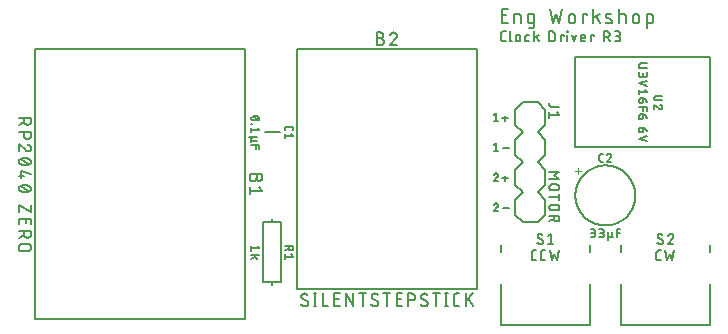
<source format=gbr>
G04 EAGLE Gerber RS-274X export*
G75*
%MOMM*%
%FSLAX34Y34*%
%LPD*%
%INSilkscreen Top*%
%IPPOS*%
%AMOC8*
5,1,8,0,0,1.08239X$1,22.5*%
G01*
G04 Define Apertures*
%ADD10C,0.203200*%
%ADD11C,0.152400*%
%ADD12C,0.127000*%
%ADD13C,0.076200*%
D10*
X438235Y257556D02*
X432816Y257556D01*
X432816Y269748D01*
X438235Y269748D01*
X436880Y264329D02*
X432816Y264329D01*
X443699Y265684D02*
X443699Y257556D01*
X443699Y265684D02*
X447086Y265684D01*
X447175Y265682D01*
X447263Y265676D01*
X447351Y265667D01*
X447439Y265653D01*
X447526Y265636D01*
X447612Y265615D01*
X447697Y265590D01*
X447781Y265561D01*
X447864Y265529D01*
X447945Y265494D01*
X448024Y265454D01*
X448102Y265412D01*
X448178Y265366D01*
X448252Y265317D01*
X448323Y265264D01*
X448392Y265209D01*
X448459Y265150D01*
X448523Y265089D01*
X448584Y265025D01*
X448643Y264958D01*
X448698Y264889D01*
X448751Y264818D01*
X448800Y264744D01*
X448846Y264668D01*
X448888Y264590D01*
X448928Y264511D01*
X448963Y264430D01*
X448995Y264347D01*
X449024Y264263D01*
X449049Y264178D01*
X449070Y264092D01*
X449087Y264005D01*
X449101Y263917D01*
X449110Y263829D01*
X449116Y263741D01*
X449118Y263652D01*
X449118Y257556D01*
X457161Y257556D02*
X460548Y257556D01*
X457161Y257556D02*
X457072Y257558D01*
X456984Y257564D01*
X456896Y257573D01*
X456808Y257587D01*
X456721Y257604D01*
X456635Y257625D01*
X456550Y257650D01*
X456466Y257679D01*
X456383Y257711D01*
X456302Y257746D01*
X456223Y257786D01*
X456145Y257828D01*
X456069Y257874D01*
X455995Y257923D01*
X455924Y257976D01*
X455855Y258031D01*
X455788Y258090D01*
X455724Y258151D01*
X455663Y258215D01*
X455604Y258282D01*
X455549Y258351D01*
X455496Y258422D01*
X455447Y258496D01*
X455401Y258572D01*
X455359Y258650D01*
X455319Y258729D01*
X455284Y258810D01*
X455252Y258893D01*
X455223Y258977D01*
X455198Y259062D01*
X455177Y259148D01*
X455160Y259235D01*
X455146Y259323D01*
X455137Y259411D01*
X455131Y259499D01*
X455129Y259588D01*
X455129Y263652D01*
X455131Y263741D01*
X455137Y263829D01*
X455146Y263917D01*
X455160Y264005D01*
X455177Y264092D01*
X455198Y264178D01*
X455223Y264263D01*
X455252Y264347D01*
X455284Y264430D01*
X455319Y264511D01*
X455359Y264590D01*
X455401Y264668D01*
X455447Y264744D01*
X455496Y264818D01*
X455549Y264889D01*
X455604Y264958D01*
X455663Y265025D01*
X455724Y265089D01*
X455788Y265150D01*
X455855Y265209D01*
X455924Y265264D01*
X455995Y265317D01*
X456069Y265366D01*
X456145Y265412D01*
X456223Y265454D01*
X456302Y265494D01*
X456383Y265529D01*
X456466Y265561D01*
X456550Y265590D01*
X456635Y265615D01*
X456721Y265636D01*
X456808Y265653D01*
X456896Y265667D01*
X456984Y265676D01*
X457072Y265682D01*
X457161Y265684D01*
X460548Y265684D01*
X460548Y255524D01*
X460546Y255435D01*
X460540Y255347D01*
X460531Y255259D01*
X460517Y255171D01*
X460500Y255084D01*
X460479Y254998D01*
X460454Y254913D01*
X460425Y254829D01*
X460393Y254746D01*
X460358Y254665D01*
X460318Y254586D01*
X460276Y254508D01*
X460230Y254432D01*
X460181Y254358D01*
X460128Y254287D01*
X460073Y254218D01*
X460014Y254151D01*
X459953Y254087D01*
X459889Y254026D01*
X459822Y253967D01*
X459753Y253912D01*
X459682Y253859D01*
X459608Y253810D01*
X459532Y253764D01*
X459454Y253722D01*
X459375Y253682D01*
X459294Y253647D01*
X459211Y253615D01*
X459127Y253586D01*
X459042Y253561D01*
X458956Y253540D01*
X458869Y253523D01*
X458781Y253509D01*
X458693Y253500D01*
X458605Y253494D01*
X458516Y253492D01*
X455806Y253492D01*
X476130Y257556D02*
X473421Y269748D01*
X478839Y265684D02*
X476130Y257556D01*
X481549Y257556D02*
X478839Y265684D01*
X484258Y269748D02*
X481549Y257556D01*
X489785Y260265D02*
X489785Y262975D01*
X489787Y263078D01*
X489793Y263180D01*
X489802Y263282D01*
X489816Y263384D01*
X489833Y263485D01*
X489855Y263585D01*
X489880Y263684D01*
X489908Y263783D01*
X489941Y263880D01*
X489977Y263976D01*
X490016Y264071D01*
X490060Y264164D01*
X490106Y264255D01*
X490157Y264344D01*
X490210Y264432D01*
X490267Y264517D01*
X490327Y264600D01*
X490390Y264681D01*
X490456Y264760D01*
X490525Y264835D01*
X490597Y264909D01*
X490671Y264979D01*
X490748Y265047D01*
X490828Y265111D01*
X490910Y265173D01*
X490994Y265231D01*
X491081Y265286D01*
X491169Y265338D01*
X491260Y265386D01*
X491352Y265431D01*
X491445Y265473D01*
X491541Y265511D01*
X491637Y265545D01*
X491735Y265576D01*
X491834Y265602D01*
X491934Y265626D01*
X492035Y265645D01*
X492136Y265660D01*
X492238Y265672D01*
X492340Y265680D01*
X492443Y265684D01*
X492545Y265684D01*
X492648Y265680D01*
X492750Y265672D01*
X492852Y265660D01*
X492953Y265645D01*
X493054Y265626D01*
X493154Y265602D01*
X493253Y265576D01*
X493351Y265545D01*
X493447Y265511D01*
X493543Y265473D01*
X493636Y265431D01*
X493728Y265386D01*
X493819Y265338D01*
X493907Y265286D01*
X493994Y265231D01*
X494078Y265173D01*
X494160Y265111D01*
X494240Y265047D01*
X494317Y264979D01*
X494391Y264909D01*
X494463Y264835D01*
X494532Y264760D01*
X494598Y264681D01*
X494661Y264600D01*
X494721Y264517D01*
X494778Y264432D01*
X494831Y264344D01*
X494882Y264255D01*
X494928Y264164D01*
X494972Y264071D01*
X495011Y263976D01*
X495047Y263880D01*
X495080Y263783D01*
X495108Y263684D01*
X495133Y263585D01*
X495155Y263485D01*
X495172Y263384D01*
X495186Y263282D01*
X495195Y263180D01*
X495201Y263078D01*
X495203Y262975D01*
X495204Y262975D02*
X495204Y260265D01*
X495203Y260265D02*
X495201Y260162D01*
X495195Y260060D01*
X495186Y259958D01*
X495172Y259856D01*
X495155Y259755D01*
X495133Y259655D01*
X495108Y259556D01*
X495080Y259457D01*
X495047Y259360D01*
X495011Y259264D01*
X494972Y259169D01*
X494928Y259076D01*
X494882Y258985D01*
X494831Y258896D01*
X494778Y258808D01*
X494721Y258723D01*
X494661Y258640D01*
X494598Y258559D01*
X494532Y258480D01*
X494463Y258405D01*
X494391Y258331D01*
X494317Y258261D01*
X494240Y258193D01*
X494160Y258129D01*
X494078Y258067D01*
X493994Y258009D01*
X493907Y257954D01*
X493819Y257902D01*
X493728Y257854D01*
X493636Y257809D01*
X493543Y257767D01*
X493447Y257729D01*
X493351Y257695D01*
X493253Y257664D01*
X493154Y257638D01*
X493054Y257614D01*
X492953Y257595D01*
X492852Y257580D01*
X492750Y257568D01*
X492648Y257560D01*
X492545Y257556D01*
X492443Y257556D01*
X492340Y257560D01*
X492238Y257568D01*
X492136Y257580D01*
X492035Y257595D01*
X491934Y257614D01*
X491834Y257638D01*
X491735Y257664D01*
X491637Y257695D01*
X491541Y257729D01*
X491445Y257767D01*
X491352Y257809D01*
X491260Y257854D01*
X491169Y257902D01*
X491081Y257954D01*
X490994Y258009D01*
X490910Y258067D01*
X490828Y258129D01*
X490748Y258193D01*
X490671Y258261D01*
X490597Y258331D01*
X490525Y258405D01*
X490456Y258480D01*
X490390Y258559D01*
X490327Y258640D01*
X490267Y258723D01*
X490210Y258808D01*
X490157Y258896D01*
X490106Y258985D01*
X490060Y259076D01*
X490016Y259169D01*
X489977Y259264D01*
X489941Y259360D01*
X489908Y259457D01*
X489880Y259556D01*
X489855Y259655D01*
X489833Y259755D01*
X489816Y259856D01*
X489802Y259958D01*
X489793Y260060D01*
X489787Y260162D01*
X489785Y260265D01*
X501410Y257556D02*
X501410Y265684D01*
X505474Y265684D01*
X505474Y264329D01*
X510479Y269748D02*
X510479Y257556D01*
X510479Y261620D02*
X515898Y265684D01*
X512850Y263313D02*
X515898Y257556D01*
X521952Y262297D02*
X525338Y260943D01*
X521952Y262298D02*
X521876Y262330D01*
X521802Y262366D01*
X521729Y262406D01*
X521658Y262448D01*
X521590Y262494D01*
X521524Y262544D01*
X521460Y262596D01*
X521398Y262651D01*
X521340Y262709D01*
X521284Y262770D01*
X521231Y262834D01*
X521181Y262899D01*
X521134Y262967D01*
X521090Y263038D01*
X521050Y263110D01*
X521013Y263184D01*
X520980Y263259D01*
X520951Y263336D01*
X520925Y263415D01*
X520902Y263494D01*
X520884Y263575D01*
X520869Y263656D01*
X520858Y263738D01*
X520851Y263820D01*
X520848Y263903D01*
X520849Y263986D01*
X520854Y264068D01*
X520862Y264150D01*
X520874Y264232D01*
X520891Y264313D01*
X520911Y264393D01*
X520934Y264472D01*
X520962Y264550D01*
X520993Y264626D01*
X521028Y264701D01*
X521066Y264775D01*
X521107Y264846D01*
X521152Y264916D01*
X521200Y264983D01*
X521251Y265048D01*
X521305Y265110D01*
X521362Y265170D01*
X521422Y265227D01*
X521484Y265281D01*
X521549Y265332D01*
X521616Y265380D01*
X521686Y265425D01*
X521757Y265466D01*
X521831Y265504D01*
X521906Y265539D01*
X521982Y265570D01*
X522060Y265598D01*
X522139Y265621D01*
X522219Y265641D01*
X522300Y265658D01*
X522382Y265670D01*
X522464Y265678D01*
X522546Y265683D01*
X522629Y265684D01*
X522814Y265679D01*
X522999Y265670D01*
X523183Y265656D01*
X523367Y265638D01*
X523551Y265616D01*
X523734Y265589D01*
X523916Y265557D01*
X524097Y265521D01*
X524278Y265481D01*
X524457Y265437D01*
X524636Y265388D01*
X524813Y265335D01*
X524989Y265278D01*
X525163Y265216D01*
X525336Y265151D01*
X525507Y265081D01*
X525677Y265007D01*
X525338Y260942D02*
X525414Y260910D01*
X525488Y260874D01*
X525561Y260834D01*
X525632Y260792D01*
X525700Y260746D01*
X525766Y260696D01*
X525830Y260644D01*
X525892Y260589D01*
X525950Y260531D01*
X526006Y260470D01*
X526059Y260406D01*
X526109Y260341D01*
X526156Y260273D01*
X526200Y260202D01*
X526240Y260130D01*
X526276Y260056D01*
X526310Y259981D01*
X526339Y259904D01*
X526365Y259825D01*
X526388Y259746D01*
X526406Y259665D01*
X526421Y259584D01*
X526432Y259502D01*
X526439Y259420D01*
X526442Y259337D01*
X526441Y259255D01*
X526436Y259172D01*
X526428Y259090D01*
X526416Y259008D01*
X526399Y258927D01*
X526379Y258847D01*
X526356Y258768D01*
X526328Y258690D01*
X526297Y258614D01*
X526262Y258539D01*
X526224Y258465D01*
X526183Y258394D01*
X526138Y258325D01*
X526090Y258257D01*
X526039Y258192D01*
X525985Y258130D01*
X525928Y258070D01*
X525868Y258013D01*
X525806Y257959D01*
X525741Y257908D01*
X525674Y257860D01*
X525604Y257815D01*
X525533Y257774D01*
X525459Y257736D01*
X525384Y257701D01*
X525308Y257670D01*
X525230Y257642D01*
X525151Y257619D01*
X525071Y257599D01*
X524990Y257582D01*
X524908Y257570D01*
X524826Y257562D01*
X524744Y257557D01*
X524661Y257556D01*
X524661Y257555D02*
X524389Y257562D01*
X524118Y257576D01*
X523847Y257596D01*
X523577Y257622D01*
X523307Y257655D01*
X523038Y257694D01*
X522770Y257739D01*
X522503Y257791D01*
X522238Y257849D01*
X521974Y257913D01*
X521712Y257984D01*
X521451Y258061D01*
X521192Y258144D01*
X520936Y258233D01*
X532457Y257556D02*
X532457Y269748D01*
X532457Y265684D02*
X535844Y265684D01*
X535933Y265682D01*
X536021Y265676D01*
X536109Y265667D01*
X536197Y265653D01*
X536284Y265636D01*
X536370Y265615D01*
X536455Y265590D01*
X536539Y265561D01*
X536622Y265529D01*
X536703Y265494D01*
X536782Y265454D01*
X536860Y265412D01*
X536936Y265366D01*
X537010Y265317D01*
X537081Y265264D01*
X537150Y265209D01*
X537217Y265150D01*
X537281Y265089D01*
X537342Y265025D01*
X537401Y264958D01*
X537456Y264889D01*
X537509Y264818D01*
X537558Y264744D01*
X537604Y264668D01*
X537646Y264590D01*
X537686Y264511D01*
X537721Y264430D01*
X537753Y264347D01*
X537782Y264263D01*
X537807Y264178D01*
X537828Y264092D01*
X537845Y264005D01*
X537859Y263917D01*
X537868Y263829D01*
X537874Y263741D01*
X537876Y263652D01*
X537876Y257556D01*
X543979Y260265D02*
X543979Y262975D01*
X543981Y263078D01*
X543987Y263180D01*
X543996Y263282D01*
X544010Y263384D01*
X544027Y263485D01*
X544049Y263585D01*
X544074Y263684D01*
X544102Y263783D01*
X544135Y263880D01*
X544171Y263976D01*
X544210Y264071D01*
X544254Y264164D01*
X544300Y264255D01*
X544351Y264344D01*
X544404Y264432D01*
X544461Y264517D01*
X544521Y264600D01*
X544584Y264681D01*
X544650Y264760D01*
X544719Y264835D01*
X544791Y264909D01*
X544865Y264979D01*
X544942Y265047D01*
X545022Y265111D01*
X545104Y265173D01*
X545188Y265231D01*
X545275Y265286D01*
X545363Y265338D01*
X545454Y265386D01*
X545546Y265431D01*
X545639Y265473D01*
X545735Y265511D01*
X545831Y265545D01*
X545929Y265576D01*
X546028Y265602D01*
X546128Y265626D01*
X546229Y265645D01*
X546330Y265660D01*
X546432Y265672D01*
X546534Y265680D01*
X546637Y265684D01*
X546739Y265684D01*
X546842Y265680D01*
X546944Y265672D01*
X547046Y265660D01*
X547147Y265645D01*
X547248Y265626D01*
X547348Y265602D01*
X547447Y265576D01*
X547545Y265545D01*
X547641Y265511D01*
X547737Y265473D01*
X547830Y265431D01*
X547922Y265386D01*
X548013Y265338D01*
X548101Y265286D01*
X548188Y265231D01*
X548272Y265173D01*
X548354Y265111D01*
X548434Y265047D01*
X548511Y264979D01*
X548585Y264909D01*
X548657Y264835D01*
X548726Y264760D01*
X548792Y264681D01*
X548855Y264600D01*
X548915Y264517D01*
X548972Y264432D01*
X549025Y264344D01*
X549076Y264255D01*
X549122Y264164D01*
X549166Y264071D01*
X549205Y263976D01*
X549241Y263880D01*
X549274Y263783D01*
X549302Y263684D01*
X549327Y263585D01*
X549349Y263485D01*
X549366Y263384D01*
X549380Y263282D01*
X549389Y263180D01*
X549395Y263078D01*
X549397Y262975D01*
X549397Y260265D01*
X549395Y260162D01*
X549389Y260060D01*
X549380Y259958D01*
X549366Y259856D01*
X549349Y259755D01*
X549327Y259655D01*
X549302Y259556D01*
X549274Y259457D01*
X549241Y259360D01*
X549205Y259264D01*
X549166Y259169D01*
X549122Y259076D01*
X549076Y258985D01*
X549025Y258896D01*
X548972Y258808D01*
X548915Y258723D01*
X548855Y258640D01*
X548792Y258559D01*
X548726Y258480D01*
X548657Y258405D01*
X548585Y258331D01*
X548511Y258261D01*
X548434Y258193D01*
X548354Y258129D01*
X548272Y258067D01*
X548188Y258009D01*
X548101Y257954D01*
X548013Y257902D01*
X547922Y257854D01*
X547830Y257809D01*
X547737Y257767D01*
X547641Y257729D01*
X547545Y257695D01*
X547447Y257664D01*
X547348Y257638D01*
X547248Y257614D01*
X547147Y257595D01*
X547046Y257580D01*
X546944Y257568D01*
X546842Y257560D01*
X546739Y257556D01*
X546637Y257556D01*
X546534Y257560D01*
X546432Y257568D01*
X546330Y257580D01*
X546229Y257595D01*
X546128Y257614D01*
X546028Y257638D01*
X545929Y257664D01*
X545831Y257695D01*
X545735Y257729D01*
X545639Y257767D01*
X545546Y257809D01*
X545454Y257854D01*
X545363Y257902D01*
X545275Y257954D01*
X545188Y258009D01*
X545104Y258067D01*
X545022Y258129D01*
X544942Y258193D01*
X544865Y258261D01*
X544791Y258331D01*
X544719Y258405D01*
X544650Y258480D01*
X544584Y258559D01*
X544521Y258640D01*
X544461Y258723D01*
X544404Y258808D01*
X544351Y258896D01*
X544300Y258985D01*
X544254Y259076D01*
X544210Y259169D01*
X544171Y259264D01*
X544135Y259360D01*
X544102Y259457D01*
X544074Y259556D01*
X544049Y259655D01*
X544027Y259755D01*
X544010Y259856D01*
X543996Y259958D01*
X543987Y260060D01*
X543981Y260162D01*
X543979Y260265D01*
X555592Y265684D02*
X555592Y253492D01*
X555592Y265684D02*
X558978Y265684D01*
X559067Y265682D01*
X559155Y265676D01*
X559243Y265667D01*
X559331Y265653D01*
X559418Y265636D01*
X559504Y265615D01*
X559589Y265590D01*
X559673Y265561D01*
X559756Y265529D01*
X559837Y265494D01*
X559916Y265454D01*
X559994Y265412D01*
X560070Y265366D01*
X560144Y265317D01*
X560215Y265264D01*
X560284Y265209D01*
X560351Y265150D01*
X560415Y265089D01*
X560476Y265025D01*
X560535Y264958D01*
X560590Y264889D01*
X560643Y264818D01*
X560692Y264744D01*
X560738Y264668D01*
X560780Y264590D01*
X560820Y264511D01*
X560855Y264430D01*
X560887Y264347D01*
X560916Y264263D01*
X560941Y264178D01*
X560962Y264092D01*
X560979Y264005D01*
X560993Y263917D01*
X561002Y263829D01*
X561008Y263741D01*
X561010Y263652D01*
X561010Y259588D01*
X561008Y259499D01*
X561002Y259411D01*
X560993Y259323D01*
X560979Y259235D01*
X560962Y259148D01*
X560941Y259062D01*
X560916Y258977D01*
X560887Y258893D01*
X560855Y258810D01*
X560820Y258729D01*
X560780Y258650D01*
X560738Y258572D01*
X560692Y258496D01*
X560643Y258422D01*
X560590Y258351D01*
X560535Y258282D01*
X560476Y258215D01*
X560415Y258151D01*
X560351Y258090D01*
X560284Y258031D01*
X560215Y257976D01*
X560144Y257923D01*
X560070Y257874D01*
X559994Y257828D01*
X559916Y257786D01*
X559837Y257746D01*
X559756Y257711D01*
X559673Y257679D01*
X559589Y257650D01*
X559504Y257625D01*
X559418Y257604D01*
X559331Y257587D01*
X559243Y257573D01*
X559155Y257564D01*
X559067Y257558D01*
X558978Y257556D01*
X555592Y257556D01*
D11*
X436400Y242062D02*
X434481Y242062D01*
X434395Y242064D01*
X434309Y242070D01*
X434223Y242079D01*
X434138Y242093D01*
X434054Y242110D01*
X433970Y242131D01*
X433888Y242156D01*
X433807Y242184D01*
X433727Y242216D01*
X433648Y242252D01*
X433572Y242291D01*
X433497Y242334D01*
X433424Y242379D01*
X433353Y242428D01*
X433285Y242481D01*
X433218Y242536D01*
X433155Y242594D01*
X433094Y242655D01*
X433036Y242718D01*
X432981Y242785D01*
X432928Y242853D01*
X432879Y242924D01*
X432834Y242997D01*
X432791Y243072D01*
X432752Y243148D01*
X432716Y243227D01*
X432684Y243307D01*
X432656Y243388D01*
X432631Y243470D01*
X432610Y243554D01*
X432593Y243638D01*
X432579Y243723D01*
X432570Y243809D01*
X432564Y243895D01*
X432562Y243981D01*
X432562Y248779D01*
X432564Y248865D01*
X432570Y248951D01*
X432579Y249037D01*
X432593Y249122D01*
X432610Y249206D01*
X432631Y249290D01*
X432656Y249372D01*
X432684Y249453D01*
X432716Y249533D01*
X432752Y249612D01*
X432791Y249688D01*
X432834Y249763D01*
X432879Y249836D01*
X432928Y249907D01*
X432981Y249975D01*
X433036Y250042D01*
X433094Y250105D01*
X433155Y250166D01*
X433218Y250224D01*
X433285Y250279D01*
X433353Y250331D01*
X433424Y250381D01*
X433497Y250426D01*
X433572Y250469D01*
X433648Y250508D01*
X433727Y250544D01*
X433807Y250576D01*
X433888Y250604D01*
X433970Y250629D01*
X434054Y250650D01*
X434138Y250667D01*
X434223Y250681D01*
X434309Y250690D01*
X434395Y250696D01*
X434481Y250698D01*
X436400Y250698D01*
X440129Y250698D02*
X440129Y243501D01*
X440131Y243426D01*
X440137Y243351D01*
X440147Y243276D01*
X440160Y243202D01*
X440178Y243129D01*
X440199Y243056D01*
X440225Y242985D01*
X440253Y242916D01*
X440286Y242848D01*
X440322Y242782D01*
X440361Y242717D01*
X440404Y242655D01*
X440450Y242595D01*
X440499Y242538D01*
X440550Y242483D01*
X440605Y242432D01*
X440662Y242383D01*
X440722Y242337D01*
X440784Y242294D01*
X440849Y242255D01*
X440915Y242219D01*
X440983Y242186D01*
X441052Y242158D01*
X441123Y242132D01*
X441196Y242111D01*
X441269Y242093D01*
X441343Y242080D01*
X441418Y242070D01*
X441493Y242064D01*
X441568Y242062D01*
X444967Y243981D02*
X444967Y245900D01*
X444969Y245986D01*
X444975Y246072D01*
X444984Y246158D01*
X444998Y246243D01*
X445015Y246327D01*
X445036Y246411D01*
X445061Y246493D01*
X445089Y246574D01*
X445121Y246654D01*
X445157Y246733D01*
X445196Y246809D01*
X445239Y246884D01*
X445284Y246957D01*
X445333Y247028D01*
X445386Y247096D01*
X445441Y247163D01*
X445499Y247226D01*
X445560Y247287D01*
X445623Y247345D01*
X445690Y247400D01*
X445758Y247453D01*
X445829Y247502D01*
X445902Y247547D01*
X445977Y247590D01*
X446053Y247629D01*
X446132Y247665D01*
X446212Y247697D01*
X446293Y247725D01*
X446375Y247750D01*
X446459Y247771D01*
X446543Y247788D01*
X446628Y247802D01*
X446714Y247811D01*
X446800Y247817D01*
X446886Y247819D01*
X446972Y247817D01*
X447058Y247811D01*
X447144Y247802D01*
X447229Y247788D01*
X447313Y247771D01*
X447397Y247750D01*
X447479Y247725D01*
X447560Y247697D01*
X447640Y247665D01*
X447719Y247629D01*
X447795Y247590D01*
X447870Y247547D01*
X447943Y247502D01*
X448014Y247453D01*
X448082Y247400D01*
X448149Y247345D01*
X448212Y247287D01*
X448273Y247226D01*
X448331Y247163D01*
X448386Y247096D01*
X448439Y247028D01*
X448488Y246957D01*
X448533Y246884D01*
X448576Y246809D01*
X448615Y246733D01*
X448651Y246654D01*
X448683Y246574D01*
X448711Y246493D01*
X448736Y246411D01*
X448757Y246327D01*
X448774Y246243D01*
X448788Y246158D01*
X448797Y246072D01*
X448803Y245986D01*
X448805Y245900D01*
X448805Y243981D01*
X448803Y243895D01*
X448797Y243809D01*
X448788Y243723D01*
X448774Y243638D01*
X448757Y243554D01*
X448736Y243470D01*
X448711Y243388D01*
X448683Y243307D01*
X448651Y243227D01*
X448615Y243148D01*
X448576Y243072D01*
X448533Y242997D01*
X448488Y242924D01*
X448439Y242853D01*
X448386Y242785D01*
X448331Y242718D01*
X448273Y242655D01*
X448212Y242594D01*
X448149Y242536D01*
X448082Y242481D01*
X448014Y242428D01*
X447943Y242379D01*
X447870Y242334D01*
X447795Y242291D01*
X447719Y242252D01*
X447640Y242216D01*
X447560Y242184D01*
X447479Y242156D01*
X447397Y242131D01*
X447313Y242110D01*
X447229Y242093D01*
X447144Y242079D01*
X447058Y242070D01*
X446972Y242064D01*
X446886Y242062D01*
X446800Y242064D01*
X446714Y242070D01*
X446628Y242079D01*
X446543Y242093D01*
X446459Y242110D01*
X446375Y242131D01*
X446293Y242156D01*
X446212Y242184D01*
X446132Y242216D01*
X446053Y242252D01*
X445977Y242291D01*
X445902Y242334D01*
X445829Y242379D01*
X445758Y242428D01*
X445690Y242481D01*
X445623Y242536D01*
X445560Y242594D01*
X445499Y242655D01*
X445441Y242718D01*
X445386Y242785D01*
X445333Y242853D01*
X445284Y242924D01*
X445239Y242997D01*
X445196Y243072D01*
X445157Y243148D01*
X445121Y243227D01*
X445089Y243307D01*
X445061Y243388D01*
X445036Y243470D01*
X445015Y243554D01*
X444998Y243638D01*
X444984Y243723D01*
X444975Y243809D01*
X444969Y243895D01*
X444967Y243981D01*
X454346Y242062D02*
X456266Y242062D01*
X454346Y242062D02*
X454271Y242064D01*
X454196Y242070D01*
X454121Y242080D01*
X454047Y242093D01*
X453974Y242111D01*
X453901Y242132D01*
X453830Y242158D01*
X453761Y242186D01*
X453693Y242219D01*
X453627Y242255D01*
X453562Y242294D01*
X453500Y242337D01*
X453440Y242383D01*
X453383Y242432D01*
X453328Y242483D01*
X453277Y242538D01*
X453228Y242595D01*
X453182Y242655D01*
X453139Y242717D01*
X453100Y242782D01*
X453064Y242848D01*
X453031Y242916D01*
X453003Y242985D01*
X452977Y243056D01*
X452956Y243129D01*
X452938Y243202D01*
X452925Y243276D01*
X452915Y243351D01*
X452909Y243426D01*
X452907Y243501D01*
X452907Y246380D01*
X452909Y246455D01*
X452915Y246530D01*
X452925Y246605D01*
X452938Y246679D01*
X452956Y246752D01*
X452977Y246825D01*
X453003Y246896D01*
X453031Y246965D01*
X453064Y247033D01*
X453100Y247100D01*
X453139Y247164D01*
X453182Y247226D01*
X453228Y247286D01*
X453277Y247343D01*
X453328Y247398D01*
X453383Y247449D01*
X453440Y247498D01*
X453500Y247544D01*
X453562Y247587D01*
X453627Y247626D01*
X453693Y247662D01*
X453761Y247695D01*
X453830Y247723D01*
X453901Y247749D01*
X453974Y247770D01*
X454047Y247788D01*
X454121Y247801D01*
X454196Y247811D01*
X454271Y247817D01*
X454346Y247819D01*
X456266Y247819D01*
X460363Y250698D02*
X460363Y242062D01*
X460363Y244941D02*
X464201Y247819D01*
X462042Y246140D02*
X464201Y242062D01*
X473138Y242062D02*
X473138Y250698D01*
X475537Y250698D01*
X475634Y250696D01*
X475730Y250690D01*
X475826Y250681D01*
X475922Y250667D01*
X476017Y250650D01*
X476111Y250628D01*
X476204Y250603D01*
X476297Y250575D01*
X476388Y250542D01*
X476477Y250506D01*
X476565Y250466D01*
X476652Y250423D01*
X476737Y250377D01*
X476819Y250327D01*
X476900Y250273D01*
X476978Y250217D01*
X477054Y250157D01*
X477128Y250095D01*
X477199Y250029D01*
X477267Y249961D01*
X477333Y249890D01*
X477395Y249816D01*
X477455Y249740D01*
X477511Y249662D01*
X477565Y249581D01*
X477615Y249499D01*
X477661Y249414D01*
X477704Y249327D01*
X477744Y249239D01*
X477780Y249150D01*
X477813Y249059D01*
X477841Y248966D01*
X477866Y248873D01*
X477888Y248779D01*
X477905Y248684D01*
X477919Y248588D01*
X477928Y248492D01*
X477934Y248396D01*
X477936Y248299D01*
X477936Y244461D01*
X477934Y244364D01*
X477928Y244268D01*
X477919Y244172D01*
X477905Y244076D01*
X477888Y243981D01*
X477866Y243887D01*
X477841Y243794D01*
X477813Y243701D01*
X477780Y243610D01*
X477744Y243521D01*
X477704Y243433D01*
X477661Y243346D01*
X477615Y243262D01*
X477565Y243179D01*
X477511Y243098D01*
X477455Y243020D01*
X477395Y242944D01*
X477333Y242870D01*
X477267Y242799D01*
X477199Y242731D01*
X477128Y242665D01*
X477054Y242603D01*
X476978Y242543D01*
X476900Y242487D01*
X476819Y242433D01*
X476737Y242383D01*
X476652Y242337D01*
X476565Y242294D01*
X476477Y242254D01*
X476388Y242218D01*
X476297Y242185D01*
X476204Y242157D01*
X476111Y242132D01*
X476017Y242110D01*
X475922Y242093D01*
X475826Y242079D01*
X475730Y242070D01*
X475634Y242064D01*
X475537Y242062D01*
X473138Y242062D01*
X482838Y242062D02*
X482838Y247819D01*
X485717Y247819D01*
X485717Y246860D01*
X488644Y247819D02*
X488644Y242062D01*
X488404Y250218D02*
X488404Y250698D01*
X488883Y250698D01*
X488883Y250218D01*
X488404Y250218D01*
X492211Y247819D02*
X494130Y242062D01*
X496049Y247819D01*
X501270Y242062D02*
X503669Y242062D01*
X501270Y242062D02*
X501195Y242064D01*
X501120Y242070D01*
X501045Y242080D01*
X500971Y242093D01*
X500898Y242111D01*
X500825Y242132D01*
X500754Y242158D01*
X500685Y242186D01*
X500617Y242219D01*
X500551Y242255D01*
X500486Y242294D01*
X500424Y242337D01*
X500364Y242383D01*
X500307Y242432D01*
X500252Y242483D01*
X500201Y242538D01*
X500152Y242595D01*
X500106Y242655D01*
X500063Y242717D01*
X500024Y242782D01*
X499988Y242848D01*
X499955Y242916D01*
X499927Y242985D01*
X499901Y243056D01*
X499880Y243129D01*
X499862Y243202D01*
X499849Y243276D01*
X499839Y243351D01*
X499833Y243426D01*
X499831Y243501D01*
X499831Y245900D01*
X499833Y245986D01*
X499839Y246072D01*
X499848Y246158D01*
X499862Y246243D01*
X499879Y246327D01*
X499900Y246411D01*
X499925Y246493D01*
X499953Y246574D01*
X499985Y246654D01*
X500021Y246733D01*
X500060Y246809D01*
X500103Y246884D01*
X500148Y246957D01*
X500197Y247028D01*
X500250Y247096D01*
X500305Y247163D01*
X500363Y247226D01*
X500424Y247287D01*
X500487Y247345D01*
X500554Y247400D01*
X500622Y247453D01*
X500693Y247502D01*
X500766Y247547D01*
X500841Y247590D01*
X500917Y247629D01*
X500996Y247665D01*
X501076Y247697D01*
X501157Y247725D01*
X501239Y247750D01*
X501323Y247771D01*
X501407Y247788D01*
X501492Y247802D01*
X501578Y247811D01*
X501664Y247817D01*
X501750Y247819D01*
X501836Y247817D01*
X501922Y247811D01*
X502008Y247802D01*
X502093Y247788D01*
X502177Y247771D01*
X502261Y247750D01*
X502343Y247725D01*
X502424Y247697D01*
X502504Y247665D01*
X502583Y247629D01*
X502659Y247590D01*
X502734Y247547D01*
X502807Y247502D01*
X502878Y247453D01*
X502946Y247400D01*
X503013Y247345D01*
X503076Y247287D01*
X503137Y247226D01*
X503195Y247163D01*
X503250Y247096D01*
X503303Y247028D01*
X503352Y246957D01*
X503397Y246884D01*
X503440Y246809D01*
X503479Y246733D01*
X503515Y246654D01*
X503547Y246574D01*
X503575Y246493D01*
X503600Y246411D01*
X503621Y246327D01*
X503638Y246243D01*
X503652Y246158D01*
X503661Y246072D01*
X503667Y245986D01*
X503669Y245900D01*
X503669Y244941D01*
X499831Y244941D01*
X508137Y242062D02*
X508137Y247819D01*
X511015Y247819D01*
X511015Y246860D01*
X519552Y250698D02*
X519552Y242062D01*
X519552Y250698D02*
X521951Y250698D01*
X522048Y250696D01*
X522144Y250690D01*
X522240Y250681D01*
X522336Y250667D01*
X522431Y250650D01*
X522525Y250628D01*
X522618Y250603D01*
X522711Y250575D01*
X522802Y250542D01*
X522891Y250506D01*
X522979Y250466D01*
X523066Y250423D01*
X523151Y250377D01*
X523233Y250327D01*
X523314Y250273D01*
X523392Y250217D01*
X523468Y250157D01*
X523542Y250095D01*
X523613Y250029D01*
X523681Y249961D01*
X523747Y249890D01*
X523809Y249816D01*
X523869Y249740D01*
X523925Y249662D01*
X523979Y249581D01*
X524029Y249498D01*
X524075Y249414D01*
X524118Y249327D01*
X524158Y249239D01*
X524194Y249150D01*
X524227Y249059D01*
X524255Y248966D01*
X524280Y248873D01*
X524302Y248779D01*
X524319Y248684D01*
X524333Y248588D01*
X524342Y248492D01*
X524348Y248396D01*
X524350Y248299D01*
X524348Y248202D01*
X524342Y248106D01*
X524333Y248010D01*
X524319Y247914D01*
X524302Y247819D01*
X524280Y247725D01*
X524255Y247632D01*
X524227Y247539D01*
X524194Y247448D01*
X524158Y247359D01*
X524118Y247271D01*
X524075Y247184D01*
X524029Y247100D01*
X523979Y247017D01*
X523925Y246936D01*
X523869Y246858D01*
X523809Y246782D01*
X523747Y246708D01*
X523681Y246637D01*
X523613Y246569D01*
X523542Y246503D01*
X523468Y246441D01*
X523392Y246381D01*
X523314Y246325D01*
X523233Y246271D01*
X523151Y246221D01*
X523066Y246175D01*
X522979Y246132D01*
X522891Y246092D01*
X522802Y246056D01*
X522711Y246023D01*
X522618Y245995D01*
X522525Y245970D01*
X522431Y245948D01*
X522336Y245931D01*
X522240Y245917D01*
X522144Y245908D01*
X522048Y245902D01*
X521951Y245900D01*
X519552Y245900D01*
X522431Y245900D02*
X524350Y242062D01*
X528612Y242062D02*
X531011Y242062D01*
X531108Y242064D01*
X531204Y242070D01*
X531300Y242079D01*
X531396Y242093D01*
X531491Y242110D01*
X531585Y242132D01*
X531678Y242157D01*
X531771Y242185D01*
X531862Y242218D01*
X531951Y242254D01*
X532039Y242294D01*
X532126Y242337D01*
X532211Y242383D01*
X532293Y242433D01*
X532374Y242487D01*
X532452Y242543D01*
X532528Y242603D01*
X532602Y242665D01*
X532673Y242731D01*
X532741Y242799D01*
X532807Y242870D01*
X532869Y242944D01*
X532929Y243020D01*
X532985Y243098D01*
X533039Y243179D01*
X533089Y243262D01*
X533135Y243346D01*
X533178Y243433D01*
X533218Y243521D01*
X533254Y243610D01*
X533287Y243701D01*
X533315Y243794D01*
X533340Y243887D01*
X533362Y243981D01*
X533379Y244076D01*
X533393Y244172D01*
X533402Y244268D01*
X533408Y244364D01*
X533410Y244461D01*
X533408Y244558D01*
X533402Y244654D01*
X533393Y244750D01*
X533379Y244846D01*
X533362Y244941D01*
X533340Y245035D01*
X533315Y245128D01*
X533287Y245221D01*
X533254Y245312D01*
X533218Y245401D01*
X533178Y245489D01*
X533135Y245576D01*
X533089Y245660D01*
X533039Y245743D01*
X532985Y245824D01*
X532929Y245902D01*
X532869Y245978D01*
X532807Y246052D01*
X532741Y246123D01*
X532673Y246191D01*
X532602Y246257D01*
X532528Y246319D01*
X532452Y246379D01*
X532374Y246435D01*
X532293Y246489D01*
X532211Y246539D01*
X532126Y246585D01*
X532039Y246628D01*
X531951Y246668D01*
X531862Y246704D01*
X531771Y246737D01*
X531678Y246765D01*
X531585Y246790D01*
X531491Y246812D01*
X531396Y246829D01*
X531300Y246843D01*
X531204Y246852D01*
X531108Y246858D01*
X531011Y246860D01*
X531490Y250698D02*
X528612Y250698D01*
X531490Y250698D02*
X531576Y250696D01*
X531662Y250690D01*
X531748Y250681D01*
X531833Y250667D01*
X531917Y250650D01*
X532001Y250629D01*
X532083Y250604D01*
X532164Y250576D01*
X532244Y250544D01*
X532323Y250508D01*
X532399Y250469D01*
X532474Y250426D01*
X532547Y250381D01*
X532618Y250332D01*
X532686Y250279D01*
X532753Y250224D01*
X532816Y250166D01*
X532877Y250105D01*
X532935Y250042D01*
X532990Y249975D01*
X533043Y249907D01*
X533092Y249836D01*
X533137Y249763D01*
X533180Y249688D01*
X533219Y249612D01*
X533255Y249533D01*
X533287Y249453D01*
X533315Y249372D01*
X533340Y249290D01*
X533361Y249206D01*
X533378Y249122D01*
X533392Y249037D01*
X533401Y248951D01*
X533407Y248865D01*
X533409Y248779D01*
X533407Y248693D01*
X533401Y248607D01*
X533392Y248521D01*
X533378Y248436D01*
X533361Y248352D01*
X533340Y248268D01*
X533315Y248186D01*
X533287Y248105D01*
X533255Y248025D01*
X533219Y247946D01*
X533180Y247870D01*
X533137Y247795D01*
X533092Y247722D01*
X533043Y247651D01*
X532990Y247583D01*
X532935Y247516D01*
X532877Y247453D01*
X532816Y247392D01*
X532753Y247334D01*
X532686Y247279D01*
X532618Y247226D01*
X532547Y247177D01*
X532474Y247132D01*
X532399Y247089D01*
X532323Y247050D01*
X532244Y247014D01*
X532164Y246982D01*
X532083Y246954D01*
X532001Y246929D01*
X531917Y246908D01*
X531833Y246891D01*
X531748Y246877D01*
X531662Y246868D01*
X531576Y246862D01*
X531490Y246860D01*
X529571Y246860D01*
D12*
X427990Y181229D02*
X426085Y179705D01*
X427990Y181229D02*
X427990Y174371D01*
X426085Y174371D02*
X429895Y174371D01*
X433507Y177038D02*
X438079Y177038D01*
X435793Y174752D02*
X435793Y179324D01*
X427990Y155829D02*
X426085Y154305D01*
X427990Y155829D02*
X427990Y148971D01*
X426085Y148971D02*
X429895Y148971D01*
X433667Y151638D02*
X439382Y151638D01*
X428181Y130430D02*
X428263Y130428D01*
X428344Y130422D01*
X428425Y130413D01*
X428506Y130399D01*
X428585Y130382D01*
X428664Y130361D01*
X428742Y130336D01*
X428818Y130307D01*
X428893Y130275D01*
X428967Y130239D01*
X429039Y130200D01*
X429108Y130158D01*
X429176Y130112D01*
X429241Y130063D01*
X429304Y130011D01*
X429364Y129956D01*
X429422Y129898D01*
X429477Y129838D01*
X429529Y129775D01*
X429578Y129710D01*
X429624Y129642D01*
X429666Y129573D01*
X429705Y129501D01*
X429741Y129427D01*
X429773Y129352D01*
X429802Y129276D01*
X429827Y129198D01*
X429848Y129119D01*
X429865Y129040D01*
X429879Y128959D01*
X429888Y128878D01*
X429894Y128797D01*
X429896Y128715D01*
X428181Y130429D02*
X428089Y130427D01*
X427997Y130421D01*
X427905Y130412D01*
X427813Y130398D01*
X427723Y130381D01*
X427633Y130360D01*
X427544Y130335D01*
X427456Y130306D01*
X427369Y130274D01*
X427284Y130238D01*
X427201Y130199D01*
X427119Y130156D01*
X427039Y130110D01*
X426961Y130060D01*
X426885Y130008D01*
X426812Y129952D01*
X426741Y129893D01*
X426672Y129831D01*
X426606Y129766D01*
X426543Y129699D01*
X426483Y129629D01*
X426425Y129557D01*
X426371Y129482D01*
X426320Y129405D01*
X426272Y129326D01*
X426228Y129245D01*
X426187Y129162D01*
X426149Y129078D01*
X426115Y128992D01*
X426085Y128905D01*
X429324Y127381D02*
X429383Y127440D01*
X429439Y127501D01*
X429492Y127564D01*
X429543Y127630D01*
X429590Y127698D01*
X429634Y127768D01*
X429675Y127840D01*
X429713Y127914D01*
X429747Y127989D01*
X429778Y128066D01*
X429805Y128144D01*
X429829Y128224D01*
X429850Y128304D01*
X429866Y128385D01*
X429879Y128467D01*
X429889Y128549D01*
X429894Y128632D01*
X429896Y128715D01*
X429324Y127381D02*
X426085Y123571D01*
X429895Y123571D01*
X433507Y126238D02*
X438079Y126238D01*
X435793Y123952D02*
X435793Y128524D01*
X428181Y105030D02*
X428263Y105028D01*
X428344Y105022D01*
X428425Y105013D01*
X428506Y104999D01*
X428585Y104982D01*
X428664Y104961D01*
X428742Y104936D01*
X428818Y104907D01*
X428893Y104875D01*
X428967Y104839D01*
X429039Y104800D01*
X429108Y104758D01*
X429176Y104712D01*
X429241Y104663D01*
X429304Y104611D01*
X429364Y104556D01*
X429422Y104498D01*
X429477Y104438D01*
X429529Y104375D01*
X429578Y104310D01*
X429624Y104242D01*
X429666Y104173D01*
X429705Y104101D01*
X429741Y104027D01*
X429773Y103952D01*
X429802Y103876D01*
X429827Y103798D01*
X429848Y103719D01*
X429865Y103640D01*
X429879Y103559D01*
X429888Y103478D01*
X429894Y103397D01*
X429896Y103315D01*
X428181Y105029D02*
X428089Y105027D01*
X427997Y105021D01*
X427905Y105012D01*
X427813Y104998D01*
X427723Y104981D01*
X427633Y104960D01*
X427544Y104935D01*
X427456Y104906D01*
X427369Y104874D01*
X427284Y104838D01*
X427201Y104799D01*
X427119Y104756D01*
X427039Y104710D01*
X426961Y104660D01*
X426885Y104608D01*
X426812Y104552D01*
X426741Y104493D01*
X426672Y104431D01*
X426606Y104366D01*
X426543Y104299D01*
X426483Y104229D01*
X426425Y104157D01*
X426371Y104082D01*
X426320Y104005D01*
X426272Y103926D01*
X426228Y103845D01*
X426187Y103762D01*
X426149Y103678D01*
X426115Y103592D01*
X426085Y103505D01*
X429324Y101981D02*
X429383Y102040D01*
X429439Y102101D01*
X429492Y102164D01*
X429543Y102230D01*
X429590Y102298D01*
X429634Y102368D01*
X429675Y102440D01*
X429713Y102514D01*
X429747Y102589D01*
X429778Y102666D01*
X429805Y102744D01*
X429829Y102824D01*
X429850Y102904D01*
X429866Y102985D01*
X429879Y103067D01*
X429889Y103149D01*
X429894Y103232D01*
X429896Y103315D01*
X429324Y101981D02*
X426085Y98171D01*
X429895Y98171D01*
X433667Y100838D02*
X439382Y100838D01*
D11*
X215900Y6858D02*
X38100Y6858D01*
X38100Y235458D01*
X215900Y235458D01*
X215900Y6858D01*
D10*
X225383Y126556D02*
X225383Y129519D01*
X225382Y126556D02*
X225380Y126449D01*
X225374Y126342D01*
X225365Y126236D01*
X225351Y126130D01*
X225334Y126024D01*
X225313Y125919D01*
X225288Y125815D01*
X225259Y125712D01*
X225227Y125610D01*
X225191Y125509D01*
X225151Y125410D01*
X225108Y125312D01*
X225061Y125216D01*
X225011Y125121D01*
X224958Y125028D01*
X224901Y124938D01*
X224841Y124849D01*
X224778Y124763D01*
X224712Y124679D01*
X224642Y124597D01*
X224570Y124518D01*
X224495Y124442D01*
X224417Y124368D01*
X224337Y124298D01*
X224254Y124230D01*
X224169Y124165D01*
X224082Y124104D01*
X223992Y124045D01*
X223900Y123990D01*
X223807Y123938D01*
X223711Y123890D01*
X223614Y123845D01*
X223516Y123803D01*
X223416Y123766D01*
X223314Y123731D01*
X223212Y123701D01*
X223108Y123674D01*
X223004Y123651D01*
X222898Y123632D01*
X222792Y123617D01*
X222686Y123605D01*
X222579Y123597D01*
X222472Y123593D01*
X222366Y123593D01*
X222259Y123597D01*
X222152Y123605D01*
X222046Y123617D01*
X221940Y123632D01*
X221834Y123651D01*
X221730Y123674D01*
X221626Y123701D01*
X221524Y123731D01*
X221422Y123766D01*
X221322Y123803D01*
X221224Y123845D01*
X221127Y123890D01*
X221031Y123938D01*
X220938Y123990D01*
X220846Y124045D01*
X220756Y124104D01*
X220669Y124165D01*
X220584Y124230D01*
X220501Y124298D01*
X220421Y124368D01*
X220343Y124442D01*
X220268Y124518D01*
X220196Y124597D01*
X220126Y124679D01*
X220060Y124763D01*
X219997Y124849D01*
X219937Y124938D01*
X219880Y125028D01*
X219827Y125121D01*
X219777Y125216D01*
X219730Y125312D01*
X219687Y125410D01*
X219647Y125509D01*
X219611Y125610D01*
X219579Y125712D01*
X219550Y125815D01*
X219525Y125919D01*
X219504Y126024D01*
X219487Y126130D01*
X219473Y126236D01*
X219464Y126342D01*
X219458Y126449D01*
X219456Y126556D01*
X219456Y129519D01*
X230124Y129519D01*
X230124Y126556D01*
X230122Y126459D01*
X230116Y126363D01*
X230106Y126267D01*
X230092Y126171D01*
X230075Y126076D01*
X230053Y125981D01*
X230028Y125888D01*
X229999Y125796D01*
X229966Y125705D01*
X229929Y125615D01*
X229889Y125527D01*
X229845Y125441D01*
X229798Y125357D01*
X229748Y125274D01*
X229694Y125194D01*
X229636Y125116D01*
X229576Y125040D01*
X229513Y124967D01*
X229447Y124897D01*
X229377Y124829D01*
X229306Y124764D01*
X229231Y124702D01*
X229154Y124644D01*
X229075Y124588D01*
X228994Y124536D01*
X228910Y124487D01*
X228825Y124441D01*
X228738Y124399D01*
X228649Y124361D01*
X228559Y124326D01*
X228467Y124295D01*
X228374Y124268D01*
X228281Y124244D01*
X228186Y124225D01*
X228090Y124209D01*
X227994Y124197D01*
X227898Y124189D01*
X227801Y124185D01*
X227705Y124185D01*
X227608Y124189D01*
X227512Y124197D01*
X227416Y124209D01*
X227320Y124225D01*
X227225Y124244D01*
X227132Y124268D01*
X227039Y124295D01*
X226947Y124326D01*
X226857Y124361D01*
X226768Y124399D01*
X226681Y124441D01*
X226596Y124487D01*
X226512Y124536D01*
X226431Y124588D01*
X226352Y124644D01*
X226275Y124702D01*
X226200Y124764D01*
X226129Y124829D01*
X226059Y124897D01*
X225993Y124967D01*
X225930Y125040D01*
X225870Y125116D01*
X225812Y125194D01*
X225758Y125274D01*
X225708Y125357D01*
X225661Y125441D01*
X225617Y125527D01*
X225577Y125615D01*
X225540Y125705D01*
X225507Y125796D01*
X225478Y125888D01*
X225453Y125981D01*
X225431Y126076D01*
X225414Y126171D01*
X225400Y126267D01*
X225390Y126363D01*
X225384Y126459D01*
X225382Y126556D01*
X227753Y118724D02*
X230124Y115761D01*
X219456Y115761D01*
X219456Y118724D02*
X219456Y112797D01*
X34544Y177596D02*
X23876Y177596D01*
X34544Y177596D02*
X34544Y174633D01*
X34542Y174526D01*
X34536Y174419D01*
X34527Y174313D01*
X34513Y174207D01*
X34496Y174101D01*
X34475Y173996D01*
X34450Y173892D01*
X34421Y173789D01*
X34389Y173687D01*
X34353Y173586D01*
X34313Y173487D01*
X34270Y173389D01*
X34223Y173293D01*
X34173Y173198D01*
X34120Y173105D01*
X34063Y173015D01*
X34003Y172926D01*
X33940Y172840D01*
X33874Y172756D01*
X33804Y172674D01*
X33732Y172595D01*
X33657Y172519D01*
X33579Y172445D01*
X33499Y172375D01*
X33416Y172307D01*
X33331Y172242D01*
X33244Y172181D01*
X33154Y172122D01*
X33062Y172067D01*
X32969Y172015D01*
X32873Y171967D01*
X32776Y171922D01*
X32678Y171880D01*
X32578Y171843D01*
X32476Y171808D01*
X32374Y171778D01*
X32270Y171751D01*
X32166Y171728D01*
X32060Y171709D01*
X31954Y171694D01*
X31848Y171682D01*
X31741Y171674D01*
X31634Y171670D01*
X31528Y171670D01*
X31421Y171674D01*
X31314Y171682D01*
X31208Y171694D01*
X31102Y171709D01*
X30996Y171728D01*
X30892Y171751D01*
X30788Y171778D01*
X30686Y171808D01*
X30584Y171843D01*
X30484Y171880D01*
X30386Y171922D01*
X30289Y171967D01*
X30193Y172015D01*
X30099Y172067D01*
X30008Y172122D01*
X29918Y172181D01*
X29831Y172242D01*
X29746Y172307D01*
X29663Y172375D01*
X29583Y172445D01*
X29505Y172519D01*
X29430Y172595D01*
X29358Y172674D01*
X29288Y172756D01*
X29222Y172840D01*
X29159Y172926D01*
X29099Y173015D01*
X29042Y173105D01*
X28989Y173198D01*
X28939Y173293D01*
X28892Y173389D01*
X28849Y173487D01*
X28809Y173586D01*
X28773Y173687D01*
X28741Y173789D01*
X28712Y173892D01*
X28687Y173996D01*
X28666Y174101D01*
X28649Y174207D01*
X28635Y174313D01*
X28626Y174419D01*
X28620Y174526D01*
X28618Y174633D01*
X28617Y174633D02*
X28617Y177596D01*
X28617Y174040D02*
X23876Y171670D01*
X23876Y165642D02*
X34544Y165642D01*
X34544Y162679D01*
X34542Y162572D01*
X34536Y162465D01*
X34527Y162359D01*
X34513Y162253D01*
X34496Y162147D01*
X34475Y162042D01*
X34450Y161938D01*
X34421Y161835D01*
X34389Y161733D01*
X34353Y161632D01*
X34313Y161533D01*
X34270Y161435D01*
X34223Y161339D01*
X34173Y161244D01*
X34120Y161151D01*
X34063Y161061D01*
X34003Y160972D01*
X33940Y160886D01*
X33874Y160802D01*
X33804Y160720D01*
X33732Y160641D01*
X33657Y160565D01*
X33579Y160491D01*
X33499Y160421D01*
X33416Y160353D01*
X33331Y160288D01*
X33244Y160227D01*
X33154Y160168D01*
X33062Y160113D01*
X32969Y160061D01*
X32873Y160013D01*
X32776Y159968D01*
X32678Y159926D01*
X32578Y159889D01*
X32476Y159854D01*
X32374Y159824D01*
X32270Y159797D01*
X32166Y159774D01*
X32060Y159755D01*
X31954Y159740D01*
X31848Y159728D01*
X31741Y159720D01*
X31634Y159716D01*
X31528Y159716D01*
X31421Y159720D01*
X31314Y159728D01*
X31208Y159740D01*
X31102Y159755D01*
X30996Y159774D01*
X30892Y159797D01*
X30788Y159824D01*
X30686Y159854D01*
X30584Y159889D01*
X30484Y159926D01*
X30386Y159968D01*
X30289Y160013D01*
X30193Y160061D01*
X30099Y160113D01*
X30008Y160168D01*
X29918Y160227D01*
X29831Y160288D01*
X29746Y160353D01*
X29663Y160421D01*
X29583Y160491D01*
X29505Y160565D01*
X29430Y160641D01*
X29358Y160720D01*
X29288Y160802D01*
X29222Y160886D01*
X29159Y160972D01*
X29099Y161061D01*
X29042Y161151D01*
X28989Y161244D01*
X28939Y161339D01*
X28892Y161435D01*
X28849Y161533D01*
X28809Y161632D01*
X28773Y161733D01*
X28741Y161835D01*
X28712Y161938D01*
X28687Y162042D01*
X28666Y162147D01*
X28649Y162253D01*
X28635Y162359D01*
X28626Y162465D01*
X28620Y162572D01*
X28618Y162679D01*
X28617Y162679D02*
X28617Y165642D01*
X34544Y151587D02*
X34542Y151485D01*
X34536Y151383D01*
X34526Y151281D01*
X34513Y151180D01*
X34495Y151079D01*
X34474Y150979D01*
X34449Y150880D01*
X34420Y150782D01*
X34387Y150685D01*
X34351Y150590D01*
X34311Y150496D01*
X34267Y150404D01*
X34220Y150313D01*
X34169Y150224D01*
X34116Y150137D01*
X34058Y150053D01*
X33998Y149970D01*
X33935Y149890D01*
X33868Y149813D01*
X33799Y149738D01*
X33726Y149665D01*
X33651Y149596D01*
X33574Y149529D01*
X33494Y149466D01*
X33411Y149406D01*
X33327Y149348D01*
X33240Y149295D01*
X33151Y149244D01*
X33060Y149197D01*
X32968Y149153D01*
X32874Y149113D01*
X32778Y149077D01*
X32682Y149044D01*
X32584Y149015D01*
X32485Y148990D01*
X32385Y148969D01*
X32284Y148951D01*
X32183Y148938D01*
X32081Y148928D01*
X31979Y148922D01*
X31877Y148920D01*
X34544Y151587D02*
X34542Y151703D01*
X34536Y151820D01*
X34526Y151936D01*
X34512Y152051D01*
X34495Y152166D01*
X34473Y152281D01*
X34447Y152394D01*
X34418Y152507D01*
X34385Y152619D01*
X34348Y152729D01*
X34307Y152838D01*
X34263Y152946D01*
X34215Y153052D01*
X34163Y153156D01*
X34108Y153259D01*
X34050Y153360D01*
X33988Y153458D01*
X33923Y153555D01*
X33854Y153649D01*
X33782Y153741D01*
X33708Y153830D01*
X33630Y153917D01*
X33549Y154001D01*
X33466Y154082D01*
X33380Y154160D01*
X33291Y154236D01*
X33200Y154308D01*
X33106Y154377D01*
X33010Y154443D01*
X32912Y154506D01*
X32812Y154565D01*
X32710Y154621D01*
X32606Y154673D01*
X32500Y154722D01*
X32392Y154767D01*
X32284Y154809D01*
X32173Y154846D01*
X29802Y149809D02*
X29876Y149734D01*
X29953Y149662D01*
X30033Y149593D01*
X30115Y149526D01*
X30199Y149463D01*
X30286Y149403D01*
X30374Y149346D01*
X30465Y149292D01*
X30558Y149242D01*
X30652Y149195D01*
X30748Y149152D01*
X30846Y149112D01*
X30945Y149076D01*
X31045Y149043D01*
X31147Y149015D01*
X31249Y148990D01*
X31353Y148968D01*
X31457Y148951D01*
X31561Y148937D01*
X31666Y148928D01*
X31772Y148922D01*
X31877Y148920D01*
X29803Y149809D02*
X23876Y154847D01*
X23876Y148920D01*
X29210Y143417D02*
X29420Y143414D01*
X29630Y143407D01*
X29839Y143394D01*
X30048Y143377D01*
X30257Y143354D01*
X30465Y143327D01*
X30672Y143295D01*
X30879Y143257D01*
X31084Y143215D01*
X31289Y143168D01*
X31492Y143116D01*
X31694Y143059D01*
X31895Y142997D01*
X32094Y142931D01*
X32291Y142859D01*
X32487Y142783D01*
X32681Y142703D01*
X32873Y142618D01*
X33062Y142528D01*
X33147Y142497D01*
X33231Y142463D01*
X33313Y142425D01*
X33394Y142383D01*
X33473Y142338D01*
X33550Y142290D01*
X33625Y142239D01*
X33697Y142185D01*
X33768Y142128D01*
X33836Y142068D01*
X33901Y142005D01*
X33964Y141940D01*
X34024Y141872D01*
X34081Y141801D01*
X34135Y141729D01*
X34187Y141654D01*
X34235Y141577D01*
X34280Y141498D01*
X34321Y141417D01*
X34359Y141335D01*
X34394Y141251D01*
X34425Y141166D01*
X34453Y141080D01*
X34477Y140993D01*
X34497Y140904D01*
X34514Y140815D01*
X34527Y140725D01*
X34537Y140635D01*
X34542Y140545D01*
X34544Y140454D01*
X34542Y140363D01*
X34537Y140273D01*
X34527Y140183D01*
X34514Y140093D01*
X34497Y140004D01*
X34477Y139915D01*
X34453Y139828D01*
X34425Y139742D01*
X34394Y139657D01*
X34359Y139573D01*
X34321Y139491D01*
X34280Y139410D01*
X34235Y139331D01*
X34187Y139254D01*
X34136Y139179D01*
X34081Y139107D01*
X34024Y139036D01*
X33964Y138968D01*
X33901Y138903D01*
X33836Y138840D01*
X33768Y138780D01*
X33697Y138723D01*
X33625Y138669D01*
X33550Y138618D01*
X33473Y138570D01*
X33394Y138525D01*
X33313Y138483D01*
X33231Y138445D01*
X33147Y138411D01*
X33062Y138380D01*
X33062Y138379D02*
X32873Y138289D01*
X32681Y138204D01*
X32487Y138124D01*
X32291Y138048D01*
X32094Y137976D01*
X31895Y137910D01*
X31694Y137848D01*
X31492Y137791D01*
X31289Y137739D01*
X31084Y137692D01*
X30879Y137650D01*
X30672Y137612D01*
X30465Y137580D01*
X30257Y137553D01*
X30048Y137530D01*
X29839Y137513D01*
X29630Y137500D01*
X29420Y137493D01*
X29210Y137490D01*
X29210Y143417D02*
X29000Y143414D01*
X28790Y143407D01*
X28581Y143394D01*
X28372Y143377D01*
X28163Y143354D01*
X27955Y143327D01*
X27748Y143295D01*
X27541Y143257D01*
X27336Y143215D01*
X27131Y143168D01*
X26928Y143116D01*
X26726Y143059D01*
X26525Y142997D01*
X26326Y142931D01*
X26129Y142859D01*
X25933Y142783D01*
X25739Y142703D01*
X25548Y142618D01*
X25358Y142528D01*
X25273Y142497D01*
X25189Y142463D01*
X25107Y142425D01*
X25026Y142383D01*
X24947Y142338D01*
X24870Y142290D01*
X24795Y142239D01*
X24723Y142185D01*
X24652Y142128D01*
X24584Y142068D01*
X24519Y142005D01*
X24456Y141940D01*
X24396Y141872D01*
X24339Y141801D01*
X24284Y141729D01*
X24233Y141654D01*
X24185Y141577D01*
X24140Y141498D01*
X24099Y141417D01*
X24061Y141335D01*
X24026Y141251D01*
X23995Y141166D01*
X23967Y141080D01*
X23943Y140993D01*
X23923Y140904D01*
X23906Y140815D01*
X23893Y140725D01*
X23883Y140635D01*
X23878Y140545D01*
X23876Y140454D01*
X25358Y138380D02*
X25548Y138290D01*
X25739Y138205D01*
X25933Y138125D01*
X26129Y138049D01*
X26326Y137977D01*
X26525Y137911D01*
X26726Y137849D01*
X26928Y137792D01*
X27131Y137740D01*
X27336Y137693D01*
X27541Y137651D01*
X27748Y137613D01*
X27955Y137581D01*
X28163Y137554D01*
X28372Y137531D01*
X28581Y137514D01*
X28790Y137501D01*
X29000Y137494D01*
X29210Y137491D01*
X25358Y138380D02*
X25273Y138411D01*
X25189Y138445D01*
X25107Y138484D01*
X25026Y138525D01*
X24947Y138570D01*
X24870Y138618D01*
X24795Y138669D01*
X24723Y138723D01*
X24652Y138780D01*
X24584Y138840D01*
X24519Y138903D01*
X24456Y138968D01*
X24396Y139036D01*
X24339Y139107D01*
X24284Y139179D01*
X24233Y139254D01*
X24185Y139331D01*
X24140Y139410D01*
X24099Y139491D01*
X24061Y139573D01*
X24026Y139657D01*
X23995Y139742D01*
X23967Y139828D01*
X23943Y139915D01*
X23923Y140004D01*
X23906Y140093D01*
X23893Y140183D01*
X23883Y140273D01*
X23878Y140363D01*
X23876Y140454D01*
X26247Y142824D02*
X32173Y138083D01*
X26247Y131987D02*
X34544Y129616D01*
X26247Y131987D02*
X26247Y126060D01*
X28617Y127838D02*
X23876Y127838D01*
X29210Y120557D02*
X29420Y120554D01*
X29630Y120547D01*
X29839Y120534D01*
X30048Y120517D01*
X30257Y120494D01*
X30465Y120467D01*
X30672Y120435D01*
X30879Y120397D01*
X31084Y120355D01*
X31289Y120308D01*
X31492Y120256D01*
X31694Y120199D01*
X31895Y120137D01*
X32094Y120071D01*
X32291Y119999D01*
X32487Y119923D01*
X32681Y119843D01*
X32873Y119758D01*
X33062Y119668D01*
X33147Y119637D01*
X33231Y119603D01*
X33313Y119565D01*
X33394Y119523D01*
X33473Y119478D01*
X33550Y119430D01*
X33625Y119379D01*
X33697Y119325D01*
X33768Y119268D01*
X33836Y119208D01*
X33901Y119145D01*
X33964Y119080D01*
X34024Y119012D01*
X34081Y118941D01*
X34135Y118869D01*
X34187Y118794D01*
X34235Y118717D01*
X34280Y118638D01*
X34321Y118557D01*
X34359Y118475D01*
X34394Y118391D01*
X34425Y118306D01*
X34453Y118220D01*
X34477Y118133D01*
X34497Y118044D01*
X34514Y117955D01*
X34527Y117865D01*
X34537Y117775D01*
X34542Y117685D01*
X34544Y117594D01*
X34542Y117503D01*
X34537Y117413D01*
X34527Y117323D01*
X34514Y117233D01*
X34497Y117144D01*
X34477Y117055D01*
X34453Y116968D01*
X34425Y116882D01*
X34394Y116797D01*
X34359Y116713D01*
X34321Y116631D01*
X34280Y116550D01*
X34235Y116471D01*
X34187Y116394D01*
X34136Y116319D01*
X34081Y116247D01*
X34024Y116176D01*
X33964Y116108D01*
X33901Y116043D01*
X33836Y115980D01*
X33768Y115920D01*
X33697Y115863D01*
X33625Y115809D01*
X33550Y115758D01*
X33473Y115710D01*
X33394Y115665D01*
X33313Y115623D01*
X33231Y115585D01*
X33147Y115551D01*
X33062Y115520D01*
X32873Y115430D01*
X32681Y115345D01*
X32487Y115265D01*
X32291Y115189D01*
X32094Y115117D01*
X31895Y115051D01*
X31694Y114989D01*
X31492Y114932D01*
X31289Y114880D01*
X31084Y114833D01*
X30879Y114791D01*
X30672Y114753D01*
X30465Y114721D01*
X30257Y114694D01*
X30048Y114671D01*
X29839Y114654D01*
X29630Y114641D01*
X29420Y114634D01*
X29210Y114631D01*
X29210Y120557D02*
X29000Y120554D01*
X28790Y120547D01*
X28581Y120534D01*
X28372Y120517D01*
X28163Y120494D01*
X27955Y120467D01*
X27748Y120435D01*
X27541Y120397D01*
X27336Y120355D01*
X27131Y120308D01*
X26928Y120256D01*
X26726Y120199D01*
X26525Y120137D01*
X26326Y120071D01*
X26129Y119999D01*
X25933Y119923D01*
X25739Y119843D01*
X25548Y119758D01*
X25358Y119668D01*
X25273Y119637D01*
X25189Y119603D01*
X25107Y119565D01*
X25026Y119523D01*
X24947Y119478D01*
X24870Y119430D01*
X24795Y119379D01*
X24723Y119325D01*
X24652Y119268D01*
X24584Y119208D01*
X24519Y119145D01*
X24456Y119080D01*
X24396Y119012D01*
X24339Y118941D01*
X24284Y118869D01*
X24233Y118794D01*
X24185Y118717D01*
X24140Y118638D01*
X24099Y118557D01*
X24061Y118475D01*
X24026Y118391D01*
X23995Y118306D01*
X23967Y118220D01*
X23943Y118133D01*
X23923Y118044D01*
X23906Y117955D01*
X23893Y117865D01*
X23883Y117775D01*
X23878Y117685D01*
X23876Y117594D01*
X25358Y115520D02*
X25548Y115430D01*
X25739Y115345D01*
X25933Y115265D01*
X26129Y115189D01*
X26326Y115117D01*
X26525Y115051D01*
X26726Y114989D01*
X26928Y114932D01*
X27131Y114880D01*
X27336Y114833D01*
X27541Y114791D01*
X27748Y114753D01*
X27955Y114721D01*
X28163Y114694D01*
X28372Y114671D01*
X28581Y114654D01*
X28790Y114641D01*
X29000Y114634D01*
X29210Y114631D01*
X25358Y115520D02*
X25273Y115551D01*
X25189Y115585D01*
X25107Y115624D01*
X25026Y115665D01*
X24947Y115710D01*
X24870Y115758D01*
X24795Y115809D01*
X24723Y115863D01*
X24652Y115920D01*
X24584Y115980D01*
X24519Y116043D01*
X24456Y116108D01*
X24396Y116176D01*
X24339Y116247D01*
X24284Y116319D01*
X24233Y116394D01*
X24185Y116471D01*
X24140Y116550D01*
X24099Y116631D01*
X24061Y116713D01*
X24026Y116797D01*
X23995Y116882D01*
X23967Y116968D01*
X23943Y117055D01*
X23923Y117144D01*
X23906Y117233D01*
X23893Y117323D01*
X23883Y117413D01*
X23878Y117503D01*
X23876Y117594D01*
X26247Y119964D02*
X32173Y115223D01*
X34544Y103412D02*
X34544Y97485D01*
X23876Y103412D01*
X23876Y97485D01*
X23876Y91948D02*
X23876Y87207D01*
X23876Y91948D02*
X34544Y91948D01*
X34544Y87207D01*
X29803Y88392D02*
X29803Y91948D01*
X34544Y81966D02*
X23876Y81966D01*
X34544Y81966D02*
X34544Y79002D01*
X34542Y78895D01*
X34536Y78788D01*
X34527Y78682D01*
X34513Y78576D01*
X34496Y78470D01*
X34475Y78365D01*
X34450Y78261D01*
X34421Y78158D01*
X34389Y78056D01*
X34353Y77955D01*
X34313Y77856D01*
X34270Y77758D01*
X34223Y77662D01*
X34173Y77567D01*
X34120Y77474D01*
X34063Y77384D01*
X34003Y77295D01*
X33940Y77209D01*
X33874Y77125D01*
X33804Y77043D01*
X33732Y76964D01*
X33657Y76888D01*
X33579Y76814D01*
X33499Y76744D01*
X33416Y76676D01*
X33331Y76611D01*
X33244Y76550D01*
X33154Y76491D01*
X33062Y76436D01*
X32969Y76384D01*
X32873Y76336D01*
X32776Y76291D01*
X32678Y76249D01*
X32578Y76212D01*
X32476Y76177D01*
X32374Y76147D01*
X32270Y76120D01*
X32166Y76097D01*
X32060Y76078D01*
X31954Y76063D01*
X31848Y76051D01*
X31741Y76043D01*
X31634Y76039D01*
X31528Y76039D01*
X31421Y76043D01*
X31314Y76051D01*
X31208Y76063D01*
X31102Y76078D01*
X30996Y76097D01*
X30892Y76120D01*
X30788Y76147D01*
X30686Y76177D01*
X30584Y76212D01*
X30484Y76249D01*
X30386Y76291D01*
X30289Y76336D01*
X30193Y76384D01*
X30099Y76436D01*
X30008Y76491D01*
X29918Y76550D01*
X29831Y76611D01*
X29746Y76676D01*
X29663Y76744D01*
X29583Y76814D01*
X29505Y76888D01*
X29430Y76964D01*
X29358Y77043D01*
X29288Y77125D01*
X29222Y77209D01*
X29159Y77295D01*
X29099Y77384D01*
X29042Y77474D01*
X28989Y77567D01*
X28939Y77662D01*
X28892Y77758D01*
X28849Y77856D01*
X28809Y77955D01*
X28773Y78056D01*
X28741Y78158D01*
X28712Y78261D01*
X28687Y78365D01*
X28666Y78470D01*
X28649Y78576D01*
X28635Y78682D01*
X28626Y78788D01*
X28620Y78895D01*
X28618Y79002D01*
X28617Y79002D02*
X28617Y81966D01*
X28617Y78410D02*
X23876Y76039D01*
X26839Y70646D02*
X31581Y70646D01*
X31688Y70644D01*
X31795Y70638D01*
X31901Y70629D01*
X32007Y70615D01*
X32113Y70598D01*
X32218Y70577D01*
X32322Y70552D01*
X32425Y70523D01*
X32527Y70491D01*
X32628Y70455D01*
X32727Y70415D01*
X32825Y70372D01*
X32921Y70325D01*
X33016Y70275D01*
X33109Y70222D01*
X33199Y70165D01*
X33288Y70105D01*
X33374Y70042D01*
X33458Y69976D01*
X33540Y69906D01*
X33619Y69834D01*
X33695Y69759D01*
X33769Y69681D01*
X33839Y69601D01*
X33907Y69518D01*
X33972Y69433D01*
X34033Y69346D01*
X34092Y69256D01*
X34147Y69164D01*
X34199Y69071D01*
X34247Y68975D01*
X34292Y68878D01*
X34334Y68780D01*
X34371Y68680D01*
X34406Y68578D01*
X34436Y68476D01*
X34463Y68372D01*
X34486Y68268D01*
X34505Y68162D01*
X34520Y68056D01*
X34532Y67950D01*
X34540Y67843D01*
X34544Y67736D01*
X34544Y67630D01*
X34540Y67523D01*
X34532Y67416D01*
X34520Y67310D01*
X34505Y67204D01*
X34486Y67098D01*
X34463Y66994D01*
X34436Y66890D01*
X34406Y66788D01*
X34371Y66686D01*
X34334Y66586D01*
X34292Y66488D01*
X34247Y66391D01*
X34199Y66295D01*
X34147Y66201D01*
X34092Y66110D01*
X34033Y66020D01*
X33972Y65933D01*
X33907Y65848D01*
X33839Y65765D01*
X33769Y65685D01*
X33695Y65607D01*
X33619Y65532D01*
X33540Y65460D01*
X33458Y65390D01*
X33374Y65324D01*
X33288Y65261D01*
X33199Y65201D01*
X33109Y65144D01*
X33016Y65091D01*
X32921Y65041D01*
X32825Y64994D01*
X32727Y64951D01*
X32628Y64911D01*
X32527Y64875D01*
X32425Y64843D01*
X32322Y64814D01*
X32218Y64789D01*
X32113Y64768D01*
X32007Y64751D01*
X31901Y64737D01*
X31795Y64728D01*
X31688Y64722D01*
X31581Y64720D01*
X26839Y64720D01*
X26732Y64722D01*
X26625Y64728D01*
X26519Y64737D01*
X26413Y64751D01*
X26307Y64768D01*
X26202Y64789D01*
X26098Y64814D01*
X25995Y64843D01*
X25893Y64875D01*
X25792Y64911D01*
X25693Y64951D01*
X25595Y64994D01*
X25499Y65041D01*
X25404Y65091D01*
X25311Y65144D01*
X25221Y65201D01*
X25132Y65261D01*
X25046Y65324D01*
X24962Y65390D01*
X24880Y65460D01*
X24801Y65532D01*
X24725Y65607D01*
X24651Y65685D01*
X24581Y65765D01*
X24513Y65848D01*
X24448Y65933D01*
X24387Y66020D01*
X24328Y66110D01*
X24273Y66202D01*
X24221Y66295D01*
X24173Y66391D01*
X24128Y66488D01*
X24086Y66586D01*
X24049Y66686D01*
X24014Y66788D01*
X23984Y66890D01*
X23957Y66994D01*
X23934Y67098D01*
X23915Y67204D01*
X23900Y67310D01*
X23888Y67416D01*
X23880Y67523D01*
X23876Y67630D01*
X23876Y67736D01*
X23880Y67843D01*
X23888Y67950D01*
X23900Y68056D01*
X23915Y68162D01*
X23934Y68268D01*
X23957Y68372D01*
X23984Y68476D01*
X24014Y68578D01*
X24049Y68680D01*
X24086Y68780D01*
X24128Y68878D01*
X24173Y68975D01*
X24221Y69071D01*
X24273Y69165D01*
X24328Y69256D01*
X24387Y69346D01*
X24448Y69433D01*
X24513Y69518D01*
X24581Y69601D01*
X24651Y69681D01*
X24725Y69759D01*
X24801Y69834D01*
X24880Y69906D01*
X24962Y69976D01*
X25046Y70042D01*
X25132Y70105D01*
X25221Y70165D01*
X25311Y70222D01*
X25404Y70275D01*
X25499Y70325D01*
X25595Y70372D01*
X25693Y70415D01*
X25792Y70455D01*
X25893Y70491D01*
X25995Y70523D01*
X26098Y70552D01*
X26202Y70577D01*
X26307Y70598D01*
X26413Y70615D01*
X26519Y70629D01*
X26625Y70638D01*
X26732Y70644D01*
X26839Y70646D01*
D11*
X411892Y32258D02*
X411892Y235458D01*
X411892Y32258D02*
X259492Y32258D01*
X259492Y235458D01*
X411892Y235458D01*
D10*
X330295Y244941D02*
X327331Y244941D01*
X330295Y244940D02*
X330402Y244938D01*
X330509Y244932D01*
X330615Y244923D01*
X330721Y244909D01*
X330827Y244892D01*
X330932Y244871D01*
X331036Y244846D01*
X331139Y244817D01*
X331241Y244785D01*
X331342Y244749D01*
X331441Y244709D01*
X331539Y244666D01*
X331635Y244619D01*
X331730Y244569D01*
X331823Y244516D01*
X331913Y244459D01*
X332002Y244399D01*
X332088Y244336D01*
X332172Y244270D01*
X332254Y244200D01*
X332333Y244128D01*
X332409Y244053D01*
X332483Y243975D01*
X332553Y243895D01*
X332621Y243812D01*
X332686Y243727D01*
X332747Y243640D01*
X332806Y243550D01*
X332861Y243458D01*
X332913Y243365D01*
X332961Y243269D01*
X333006Y243172D01*
X333048Y243074D01*
X333085Y242974D01*
X333120Y242872D01*
X333150Y242770D01*
X333177Y242666D01*
X333200Y242562D01*
X333219Y242456D01*
X333234Y242350D01*
X333246Y242244D01*
X333254Y242137D01*
X333258Y242030D01*
X333258Y241924D01*
X333254Y241817D01*
X333246Y241710D01*
X333234Y241604D01*
X333219Y241498D01*
X333200Y241392D01*
X333177Y241288D01*
X333150Y241184D01*
X333120Y241082D01*
X333085Y240980D01*
X333048Y240880D01*
X333006Y240782D01*
X332961Y240685D01*
X332913Y240589D01*
X332861Y240496D01*
X332806Y240404D01*
X332747Y240314D01*
X332686Y240227D01*
X332621Y240142D01*
X332553Y240059D01*
X332483Y239979D01*
X332409Y239901D01*
X332333Y239826D01*
X332254Y239754D01*
X332172Y239684D01*
X332088Y239618D01*
X332002Y239555D01*
X331913Y239495D01*
X331823Y239438D01*
X331730Y239385D01*
X331635Y239335D01*
X331539Y239288D01*
X331441Y239245D01*
X331342Y239205D01*
X331241Y239169D01*
X331139Y239137D01*
X331036Y239108D01*
X330932Y239083D01*
X330827Y239062D01*
X330721Y239045D01*
X330615Y239031D01*
X330509Y239022D01*
X330402Y239016D01*
X330295Y239014D01*
X327331Y239014D01*
X327331Y249682D01*
X330295Y249682D01*
X330392Y249680D01*
X330488Y249674D01*
X330584Y249664D01*
X330680Y249650D01*
X330775Y249633D01*
X330870Y249611D01*
X330963Y249586D01*
X331055Y249557D01*
X331146Y249524D01*
X331236Y249487D01*
X331324Y249447D01*
X331410Y249403D01*
X331494Y249356D01*
X331577Y249306D01*
X331657Y249252D01*
X331735Y249194D01*
X331811Y249134D01*
X331884Y249071D01*
X331954Y249005D01*
X332022Y248935D01*
X332087Y248864D01*
X332149Y248789D01*
X332207Y248712D01*
X332263Y248633D01*
X332315Y248552D01*
X332364Y248468D01*
X332410Y248383D01*
X332452Y248296D01*
X332490Y248207D01*
X332525Y248117D01*
X332556Y248025D01*
X332583Y247932D01*
X332607Y247839D01*
X332626Y247744D01*
X332642Y247648D01*
X332654Y247552D01*
X332662Y247456D01*
X332666Y247359D01*
X332666Y247263D01*
X332662Y247166D01*
X332654Y247070D01*
X332642Y246974D01*
X332626Y246878D01*
X332607Y246783D01*
X332583Y246690D01*
X332556Y246597D01*
X332525Y246505D01*
X332490Y246415D01*
X332452Y246326D01*
X332410Y246239D01*
X332364Y246154D01*
X332315Y246070D01*
X332263Y245989D01*
X332207Y245910D01*
X332149Y245833D01*
X332087Y245758D01*
X332022Y245687D01*
X331954Y245617D01*
X331884Y245551D01*
X331811Y245488D01*
X331735Y245428D01*
X331657Y245370D01*
X331577Y245316D01*
X331494Y245266D01*
X331410Y245219D01*
X331324Y245175D01*
X331236Y245135D01*
X331146Y245098D01*
X331055Y245065D01*
X330963Y245036D01*
X330870Y245011D01*
X330775Y244989D01*
X330680Y244972D01*
X330584Y244958D01*
X330488Y244948D01*
X330392Y244942D01*
X330295Y244940D01*
X341386Y249682D02*
X341488Y249680D01*
X341590Y249674D01*
X341692Y249664D01*
X341793Y249651D01*
X341894Y249633D01*
X341994Y249612D01*
X342093Y249587D01*
X342191Y249558D01*
X342287Y249525D01*
X342383Y249489D01*
X342477Y249449D01*
X342569Y249405D01*
X342660Y249358D01*
X342749Y249307D01*
X342836Y249254D01*
X342920Y249196D01*
X343003Y249136D01*
X343083Y249073D01*
X343160Y249006D01*
X343235Y248937D01*
X343308Y248864D01*
X343377Y248789D01*
X343444Y248712D01*
X343507Y248632D01*
X343567Y248549D01*
X343625Y248465D01*
X343678Y248378D01*
X343729Y248289D01*
X343776Y248198D01*
X343820Y248106D01*
X343860Y248012D01*
X343896Y247916D01*
X343929Y247820D01*
X343958Y247722D01*
X343983Y247623D01*
X344004Y247523D01*
X344022Y247422D01*
X344035Y247321D01*
X344045Y247219D01*
X344051Y247117D01*
X344053Y247015D01*
X341386Y249682D02*
X341270Y249680D01*
X341153Y249674D01*
X341037Y249664D01*
X340922Y249650D01*
X340807Y249633D01*
X340692Y249611D01*
X340579Y249585D01*
X340466Y249556D01*
X340354Y249523D01*
X340244Y249486D01*
X340135Y249445D01*
X340027Y249401D01*
X339921Y249353D01*
X339817Y249301D01*
X339714Y249246D01*
X339613Y249188D01*
X339515Y249126D01*
X339418Y249061D01*
X339324Y248992D01*
X339232Y248920D01*
X339143Y248846D01*
X339056Y248768D01*
X338972Y248687D01*
X338891Y248604D01*
X338813Y248518D01*
X338737Y248429D01*
X338665Y248338D01*
X338596Y248244D01*
X338530Y248148D01*
X338467Y248050D01*
X338408Y247950D01*
X338352Y247848D01*
X338300Y247744D01*
X338251Y247638D01*
X338206Y247531D01*
X338164Y247422D01*
X338127Y247312D01*
X343164Y244940D02*
X343239Y245014D01*
X343311Y245091D01*
X343380Y245171D01*
X343447Y245253D01*
X343510Y245337D01*
X343570Y245424D01*
X343627Y245512D01*
X343681Y245603D01*
X343731Y245696D01*
X343778Y245790D01*
X343821Y245886D01*
X343861Y245984D01*
X343897Y246083D01*
X343930Y246183D01*
X343958Y246285D01*
X343983Y246387D01*
X344005Y246491D01*
X344022Y246595D01*
X344036Y246699D01*
X344045Y246804D01*
X344051Y246910D01*
X344053Y247015D01*
X343164Y244941D02*
X338126Y239014D01*
X344053Y239014D01*
X268996Y20405D02*
X268994Y20310D01*
X268988Y20214D01*
X268979Y20119D01*
X268965Y20025D01*
X268948Y19931D01*
X268927Y19838D01*
X268902Y19745D01*
X268874Y19654D01*
X268842Y19564D01*
X268806Y19476D01*
X268767Y19389D01*
X268724Y19303D01*
X268678Y19220D01*
X268629Y19138D01*
X268576Y19058D01*
X268520Y18981D01*
X268462Y18905D01*
X268400Y18833D01*
X268335Y18763D01*
X268267Y18695D01*
X268197Y18630D01*
X268125Y18568D01*
X268049Y18510D01*
X267972Y18454D01*
X267892Y18401D01*
X267811Y18352D01*
X267727Y18306D01*
X267641Y18263D01*
X267554Y18224D01*
X267466Y18188D01*
X267376Y18156D01*
X267285Y18128D01*
X267192Y18103D01*
X267099Y18082D01*
X267005Y18065D01*
X266911Y18051D01*
X266816Y18042D01*
X266721Y18036D01*
X266625Y18034D01*
X266489Y18036D01*
X266352Y18041D01*
X266216Y18051D01*
X266081Y18064D01*
X265945Y18080D01*
X265811Y18101D01*
X265676Y18125D01*
X265543Y18152D01*
X265410Y18184D01*
X265278Y18218D01*
X265147Y18257D01*
X265018Y18299D01*
X264889Y18344D01*
X264762Y18393D01*
X264636Y18446D01*
X264512Y18502D01*
X264389Y18561D01*
X264268Y18623D01*
X264148Y18689D01*
X264031Y18758D01*
X263915Y18831D01*
X263801Y18906D01*
X263690Y18984D01*
X263580Y19066D01*
X263473Y19150D01*
X263369Y19237D01*
X263266Y19327D01*
X263166Y19420D01*
X263069Y19516D01*
X263366Y26331D02*
X263368Y26426D01*
X263374Y26522D01*
X263383Y26617D01*
X263397Y26711D01*
X263414Y26805D01*
X263435Y26898D01*
X263460Y26991D01*
X263488Y27082D01*
X263520Y27172D01*
X263556Y27260D01*
X263595Y27347D01*
X263638Y27433D01*
X263684Y27517D01*
X263733Y27598D01*
X263786Y27678D01*
X263842Y27755D01*
X263900Y27831D01*
X263962Y27903D01*
X264027Y27973D01*
X264095Y28041D01*
X264165Y28106D01*
X264237Y28168D01*
X264313Y28226D01*
X264390Y28282D01*
X264470Y28335D01*
X264552Y28384D01*
X264635Y28430D01*
X264721Y28473D01*
X264808Y28512D01*
X264896Y28548D01*
X264986Y28580D01*
X265077Y28608D01*
X265170Y28633D01*
X265263Y28654D01*
X265357Y28671D01*
X265451Y28685D01*
X265546Y28694D01*
X265642Y28700D01*
X265737Y28702D01*
X265867Y28700D01*
X265997Y28694D01*
X266127Y28685D01*
X266256Y28672D01*
X266385Y28655D01*
X266513Y28634D01*
X266641Y28609D01*
X266768Y28581D01*
X266894Y28549D01*
X267019Y28513D01*
X267143Y28474D01*
X267265Y28431D01*
X267387Y28385D01*
X267507Y28334D01*
X267625Y28281D01*
X267742Y28224D01*
X267857Y28164D01*
X267971Y28100D01*
X268082Y28033D01*
X268192Y27963D01*
X268299Y27889D01*
X268404Y27813D01*
X264551Y24256D02*
X264469Y24307D01*
X264389Y24361D01*
X264311Y24417D01*
X264236Y24477D01*
X264163Y24540D01*
X264093Y24606D01*
X264026Y24674D01*
X263961Y24745D01*
X263899Y24819D01*
X263840Y24895D01*
X263784Y24973D01*
X263732Y25054D01*
X263682Y25136D01*
X263636Y25221D01*
X263594Y25307D01*
X263554Y25395D01*
X263519Y25484D01*
X263487Y25575D01*
X263458Y25667D01*
X263434Y25760D01*
X263413Y25853D01*
X263396Y25948D01*
X263382Y26043D01*
X263373Y26139D01*
X263367Y26235D01*
X263365Y26331D01*
X267811Y22480D02*
X267892Y22429D01*
X267972Y22375D01*
X268050Y22319D01*
X268125Y22259D01*
X268198Y22196D01*
X268268Y22130D01*
X268335Y22062D01*
X268400Y21991D01*
X268462Y21917D01*
X268521Y21841D01*
X268577Y21763D01*
X268629Y21682D01*
X268679Y21600D01*
X268725Y21515D01*
X268767Y21429D01*
X268807Y21341D01*
X268842Y21252D01*
X268874Y21161D01*
X268903Y21069D01*
X268927Y20976D01*
X268948Y20883D01*
X268965Y20788D01*
X268979Y20693D01*
X268988Y20597D01*
X268994Y20501D01*
X268996Y20405D01*
X267811Y22479D02*
X264551Y24257D01*
X274796Y28702D02*
X274796Y18034D01*
X275981Y18034D02*
X273610Y18034D01*
X273610Y28702D02*
X275981Y28702D01*
X281391Y28702D02*
X281391Y18034D01*
X286133Y18034D01*
X291297Y18034D02*
X296039Y18034D01*
X291297Y18034D02*
X291297Y28702D01*
X296039Y28702D01*
X294853Y23961D02*
X291297Y23961D01*
X301169Y28702D02*
X301169Y18034D01*
X307096Y18034D02*
X301169Y28702D01*
X307096Y28702D02*
X307096Y18034D01*
X315182Y18034D02*
X315182Y28702D01*
X318145Y28702D02*
X312218Y28702D01*
X326061Y18034D02*
X326157Y18036D01*
X326252Y18042D01*
X326347Y18051D01*
X326441Y18065D01*
X326535Y18082D01*
X326628Y18103D01*
X326721Y18128D01*
X326812Y18156D01*
X326902Y18188D01*
X326990Y18224D01*
X327077Y18263D01*
X327163Y18306D01*
X327247Y18352D01*
X327328Y18401D01*
X327408Y18454D01*
X327485Y18510D01*
X327561Y18568D01*
X327633Y18630D01*
X327703Y18695D01*
X327771Y18763D01*
X327836Y18833D01*
X327898Y18905D01*
X327956Y18981D01*
X328012Y19058D01*
X328065Y19138D01*
X328114Y19220D01*
X328160Y19303D01*
X328203Y19389D01*
X328242Y19476D01*
X328278Y19564D01*
X328310Y19654D01*
X328338Y19745D01*
X328363Y19838D01*
X328384Y19931D01*
X328401Y20025D01*
X328415Y20119D01*
X328424Y20214D01*
X328430Y20310D01*
X328432Y20405D01*
X326061Y18034D02*
X325925Y18036D01*
X325788Y18041D01*
X325652Y18051D01*
X325517Y18064D01*
X325381Y18080D01*
X325247Y18101D01*
X325112Y18125D01*
X324979Y18152D01*
X324846Y18184D01*
X324714Y18218D01*
X324583Y18257D01*
X324454Y18299D01*
X324325Y18344D01*
X324198Y18393D01*
X324072Y18446D01*
X323948Y18502D01*
X323825Y18561D01*
X323704Y18623D01*
X323584Y18689D01*
X323467Y18758D01*
X323351Y18831D01*
X323237Y18906D01*
X323126Y18984D01*
X323016Y19066D01*
X322909Y19150D01*
X322805Y19237D01*
X322702Y19327D01*
X322602Y19420D01*
X322505Y19516D01*
X322801Y26331D02*
X322803Y26426D01*
X322809Y26522D01*
X322818Y26617D01*
X322832Y26711D01*
X322849Y26805D01*
X322870Y26898D01*
X322895Y26991D01*
X322923Y27082D01*
X322955Y27172D01*
X322991Y27260D01*
X323030Y27347D01*
X323073Y27433D01*
X323119Y27517D01*
X323168Y27598D01*
X323221Y27678D01*
X323277Y27755D01*
X323335Y27831D01*
X323397Y27903D01*
X323462Y27973D01*
X323530Y28041D01*
X323600Y28106D01*
X323672Y28168D01*
X323748Y28226D01*
X323825Y28282D01*
X323905Y28335D01*
X323987Y28384D01*
X324070Y28430D01*
X324156Y28473D01*
X324243Y28512D01*
X324331Y28548D01*
X324421Y28580D01*
X324512Y28608D01*
X324605Y28633D01*
X324698Y28654D01*
X324792Y28671D01*
X324886Y28685D01*
X324981Y28694D01*
X325077Y28700D01*
X325172Y28702D01*
X325302Y28700D01*
X325432Y28694D01*
X325562Y28685D01*
X325691Y28672D01*
X325820Y28655D01*
X325948Y28634D01*
X326076Y28609D01*
X326203Y28581D01*
X326329Y28549D01*
X326454Y28513D01*
X326578Y28474D01*
X326700Y28431D01*
X326822Y28385D01*
X326942Y28334D01*
X327060Y28281D01*
X327177Y28224D01*
X327292Y28164D01*
X327406Y28100D01*
X327517Y28033D01*
X327627Y27963D01*
X327734Y27889D01*
X327839Y27813D01*
X323987Y24256D02*
X323905Y24307D01*
X323825Y24361D01*
X323747Y24417D01*
X323672Y24477D01*
X323599Y24540D01*
X323529Y24606D01*
X323462Y24674D01*
X323397Y24745D01*
X323335Y24819D01*
X323276Y24895D01*
X323220Y24973D01*
X323168Y25054D01*
X323118Y25136D01*
X323072Y25221D01*
X323030Y25307D01*
X322990Y25395D01*
X322955Y25484D01*
X322923Y25575D01*
X322894Y25667D01*
X322870Y25760D01*
X322849Y25853D01*
X322832Y25948D01*
X322818Y26043D01*
X322809Y26139D01*
X322803Y26235D01*
X322801Y26331D01*
X327247Y22480D02*
X327328Y22429D01*
X327408Y22375D01*
X327486Y22319D01*
X327561Y22259D01*
X327634Y22196D01*
X327704Y22130D01*
X327771Y22062D01*
X327836Y21991D01*
X327898Y21917D01*
X327957Y21841D01*
X328013Y21763D01*
X328065Y21682D01*
X328115Y21600D01*
X328161Y21515D01*
X328203Y21429D01*
X328243Y21341D01*
X328278Y21252D01*
X328310Y21161D01*
X328339Y21069D01*
X328363Y20976D01*
X328384Y20883D01*
X328401Y20788D01*
X328415Y20693D01*
X328424Y20597D01*
X328430Y20501D01*
X328432Y20405D01*
X327247Y22479D02*
X323987Y24257D01*
X335756Y28702D02*
X335756Y18034D01*
X338719Y28702D02*
X332792Y28702D01*
X343875Y18034D02*
X348616Y18034D01*
X343875Y18034D02*
X343875Y28702D01*
X348616Y28702D01*
X347431Y23961D02*
X343875Y23961D01*
X354001Y28702D02*
X354001Y18034D01*
X354001Y28702D02*
X356965Y28702D01*
X357072Y28700D01*
X357179Y28694D01*
X357285Y28685D01*
X357391Y28671D01*
X357497Y28654D01*
X357602Y28633D01*
X357706Y28608D01*
X357809Y28579D01*
X357911Y28547D01*
X358012Y28511D01*
X358111Y28471D01*
X358209Y28428D01*
X358305Y28381D01*
X358400Y28331D01*
X358493Y28278D01*
X358583Y28221D01*
X358672Y28161D01*
X358758Y28098D01*
X358842Y28032D01*
X358924Y27962D01*
X359003Y27890D01*
X359079Y27815D01*
X359153Y27737D01*
X359223Y27657D01*
X359291Y27574D01*
X359356Y27489D01*
X359417Y27402D01*
X359476Y27312D01*
X359531Y27220D01*
X359583Y27127D01*
X359631Y27031D01*
X359676Y26934D01*
X359718Y26836D01*
X359755Y26736D01*
X359790Y26634D01*
X359820Y26532D01*
X359847Y26428D01*
X359870Y26324D01*
X359889Y26218D01*
X359904Y26112D01*
X359916Y26006D01*
X359924Y25899D01*
X359928Y25792D01*
X359928Y25686D01*
X359924Y25579D01*
X359916Y25472D01*
X359904Y25366D01*
X359889Y25260D01*
X359870Y25154D01*
X359847Y25050D01*
X359820Y24946D01*
X359790Y24844D01*
X359755Y24742D01*
X359718Y24642D01*
X359676Y24544D01*
X359631Y24447D01*
X359583Y24351D01*
X359531Y24257D01*
X359476Y24166D01*
X359417Y24076D01*
X359356Y23989D01*
X359291Y23904D01*
X359223Y23821D01*
X359153Y23741D01*
X359079Y23663D01*
X359003Y23588D01*
X358924Y23516D01*
X358842Y23446D01*
X358758Y23380D01*
X358672Y23317D01*
X358583Y23257D01*
X358493Y23200D01*
X358400Y23147D01*
X358305Y23097D01*
X358209Y23050D01*
X358111Y23007D01*
X358012Y22967D01*
X357911Y22931D01*
X357809Y22899D01*
X357706Y22870D01*
X357602Y22845D01*
X357497Y22824D01*
X357391Y22807D01*
X357285Y22793D01*
X357179Y22784D01*
X357072Y22778D01*
X356965Y22776D01*
X356965Y22775D02*
X354001Y22775D01*
X367971Y18034D02*
X368067Y18036D01*
X368162Y18042D01*
X368257Y18051D01*
X368351Y18065D01*
X368445Y18082D01*
X368538Y18103D01*
X368631Y18128D01*
X368722Y18156D01*
X368812Y18188D01*
X368900Y18224D01*
X368987Y18263D01*
X369073Y18306D01*
X369157Y18352D01*
X369238Y18401D01*
X369318Y18454D01*
X369395Y18510D01*
X369471Y18568D01*
X369543Y18630D01*
X369613Y18695D01*
X369681Y18763D01*
X369746Y18833D01*
X369808Y18905D01*
X369866Y18981D01*
X369922Y19058D01*
X369975Y19138D01*
X370024Y19220D01*
X370070Y19303D01*
X370113Y19389D01*
X370152Y19476D01*
X370188Y19564D01*
X370220Y19654D01*
X370248Y19745D01*
X370273Y19838D01*
X370294Y19931D01*
X370311Y20025D01*
X370325Y20119D01*
X370334Y20214D01*
X370340Y20310D01*
X370342Y20405D01*
X367971Y18034D02*
X367835Y18036D01*
X367698Y18041D01*
X367562Y18051D01*
X367427Y18064D01*
X367291Y18080D01*
X367157Y18101D01*
X367022Y18125D01*
X366889Y18152D01*
X366756Y18184D01*
X366624Y18218D01*
X366493Y18257D01*
X366364Y18299D01*
X366235Y18344D01*
X366108Y18393D01*
X365982Y18446D01*
X365858Y18502D01*
X365735Y18561D01*
X365614Y18623D01*
X365494Y18689D01*
X365377Y18758D01*
X365261Y18831D01*
X365147Y18906D01*
X365036Y18984D01*
X364926Y19066D01*
X364819Y19150D01*
X364715Y19237D01*
X364612Y19327D01*
X364512Y19420D01*
X364415Y19516D01*
X364711Y26331D02*
X364713Y26426D01*
X364719Y26522D01*
X364728Y26617D01*
X364742Y26711D01*
X364759Y26805D01*
X364780Y26898D01*
X364805Y26991D01*
X364833Y27082D01*
X364865Y27172D01*
X364901Y27260D01*
X364940Y27347D01*
X364983Y27433D01*
X365029Y27517D01*
X365078Y27598D01*
X365131Y27678D01*
X365187Y27755D01*
X365245Y27831D01*
X365307Y27903D01*
X365372Y27973D01*
X365440Y28041D01*
X365510Y28106D01*
X365582Y28168D01*
X365658Y28226D01*
X365735Y28282D01*
X365815Y28335D01*
X365897Y28384D01*
X365980Y28430D01*
X366066Y28473D01*
X366153Y28512D01*
X366241Y28548D01*
X366331Y28580D01*
X366422Y28608D01*
X366515Y28633D01*
X366608Y28654D01*
X366702Y28671D01*
X366796Y28685D01*
X366891Y28694D01*
X366987Y28700D01*
X367082Y28702D01*
X367212Y28700D01*
X367342Y28694D01*
X367472Y28685D01*
X367601Y28672D01*
X367730Y28655D01*
X367858Y28634D01*
X367986Y28609D01*
X368113Y28581D01*
X368239Y28549D01*
X368364Y28513D01*
X368488Y28474D01*
X368610Y28431D01*
X368732Y28385D01*
X368852Y28334D01*
X368970Y28281D01*
X369087Y28224D01*
X369202Y28164D01*
X369316Y28100D01*
X369427Y28033D01*
X369537Y27963D01*
X369644Y27889D01*
X369749Y27813D01*
X365897Y24256D02*
X365815Y24307D01*
X365735Y24361D01*
X365657Y24417D01*
X365582Y24477D01*
X365509Y24540D01*
X365439Y24606D01*
X365372Y24674D01*
X365307Y24745D01*
X365245Y24819D01*
X365186Y24895D01*
X365130Y24973D01*
X365078Y25054D01*
X365028Y25136D01*
X364982Y25221D01*
X364940Y25307D01*
X364900Y25395D01*
X364865Y25484D01*
X364833Y25575D01*
X364804Y25667D01*
X364780Y25760D01*
X364759Y25853D01*
X364742Y25948D01*
X364728Y26043D01*
X364719Y26139D01*
X364713Y26235D01*
X364711Y26331D01*
X369157Y22480D02*
X369238Y22429D01*
X369318Y22375D01*
X369396Y22319D01*
X369471Y22259D01*
X369544Y22196D01*
X369614Y22130D01*
X369681Y22062D01*
X369746Y21991D01*
X369808Y21917D01*
X369867Y21841D01*
X369923Y21763D01*
X369975Y21682D01*
X370025Y21600D01*
X370071Y21515D01*
X370113Y21429D01*
X370153Y21341D01*
X370188Y21252D01*
X370220Y21161D01*
X370249Y21069D01*
X370273Y20976D01*
X370294Y20883D01*
X370311Y20788D01*
X370325Y20693D01*
X370334Y20597D01*
X370340Y20501D01*
X370342Y20405D01*
X369157Y22479D02*
X365897Y24257D01*
X377665Y28702D02*
X377665Y18034D01*
X374702Y28702D02*
X380629Y28702D01*
X386047Y28702D02*
X386047Y18034D01*
X384862Y18034D02*
X387233Y18034D01*
X387233Y28702D02*
X384862Y28702D01*
X394549Y18034D02*
X396920Y18034D01*
X394549Y18034D02*
X394454Y18036D01*
X394358Y18042D01*
X394263Y18051D01*
X394169Y18065D01*
X394075Y18082D01*
X393982Y18103D01*
X393889Y18128D01*
X393798Y18156D01*
X393708Y18188D01*
X393620Y18224D01*
X393533Y18263D01*
X393447Y18306D01*
X393364Y18352D01*
X393282Y18401D01*
X393202Y18454D01*
X393125Y18510D01*
X393049Y18568D01*
X392977Y18630D01*
X392907Y18695D01*
X392839Y18763D01*
X392774Y18833D01*
X392712Y18905D01*
X392654Y18981D01*
X392598Y19058D01*
X392545Y19138D01*
X392496Y19220D01*
X392450Y19303D01*
X392407Y19389D01*
X392368Y19476D01*
X392332Y19564D01*
X392300Y19654D01*
X392272Y19745D01*
X392247Y19838D01*
X392226Y19931D01*
X392209Y20025D01*
X392195Y20119D01*
X392186Y20214D01*
X392180Y20310D01*
X392178Y20405D01*
X392178Y26331D01*
X392180Y26426D01*
X392186Y26522D01*
X392195Y26617D01*
X392209Y26711D01*
X392226Y26805D01*
X392247Y26898D01*
X392272Y26991D01*
X392300Y27082D01*
X392332Y27172D01*
X392368Y27260D01*
X392407Y27347D01*
X392450Y27433D01*
X392496Y27516D01*
X392545Y27598D01*
X392598Y27678D01*
X392654Y27755D01*
X392712Y27831D01*
X392774Y27903D01*
X392839Y27973D01*
X392907Y28041D01*
X392977Y28106D01*
X393049Y28168D01*
X393125Y28226D01*
X393202Y28282D01*
X393282Y28335D01*
X393363Y28384D01*
X393447Y28430D01*
X393533Y28473D01*
X393620Y28512D01*
X393708Y28548D01*
X393798Y28580D01*
X393889Y28608D01*
X393982Y28633D01*
X394075Y28654D01*
X394169Y28671D01*
X394263Y28685D01*
X394358Y28694D01*
X394453Y28700D01*
X394549Y28702D01*
X396920Y28702D01*
X402388Y28702D02*
X402388Y18034D01*
X402388Y22183D02*
X408315Y28702D01*
X404759Y24553D02*
X408315Y18034D01*
X245014Y165100D02*
X232314Y165100D01*
D12*
X249459Y167021D02*
X249459Y168545D01*
X249461Y168622D01*
X249467Y168699D01*
X249477Y168776D01*
X249490Y168852D01*
X249508Y168927D01*
X249529Y169001D01*
X249554Y169074D01*
X249583Y169146D01*
X249615Y169216D01*
X249650Y169285D01*
X249690Y169351D01*
X249732Y169416D01*
X249778Y169478D01*
X249827Y169538D01*
X249878Y169595D01*
X249933Y169650D01*
X249990Y169701D01*
X250050Y169750D01*
X250112Y169796D01*
X250177Y169838D01*
X250243Y169878D01*
X250312Y169913D01*
X250382Y169945D01*
X250454Y169974D01*
X250527Y169999D01*
X250601Y170020D01*
X250676Y170038D01*
X250752Y170051D01*
X250829Y170061D01*
X250906Y170067D01*
X250983Y170069D01*
X254793Y170069D01*
X254870Y170067D01*
X254947Y170061D01*
X255024Y170051D01*
X255100Y170038D01*
X255175Y170020D01*
X255249Y169999D01*
X255322Y169974D01*
X255394Y169945D01*
X255464Y169913D01*
X255533Y169878D01*
X255599Y169838D01*
X255664Y169796D01*
X255726Y169750D01*
X255786Y169701D01*
X255843Y169650D01*
X255898Y169595D01*
X255949Y169538D01*
X255998Y169478D01*
X256044Y169416D01*
X256086Y169351D01*
X256126Y169285D01*
X256161Y169216D01*
X256193Y169146D01*
X256222Y169074D01*
X256247Y169001D01*
X256268Y168927D01*
X256286Y168852D01*
X256299Y168776D01*
X256309Y168699D01*
X256315Y168622D01*
X256317Y168545D01*
X256317Y167021D01*
X254793Y163941D02*
X256317Y162036D01*
X249459Y162036D01*
X249459Y163941D02*
X249459Y160131D01*
X226917Y178499D02*
X226788Y178560D01*
X226658Y178618D01*
X226526Y178672D01*
X226393Y178723D01*
X226259Y178770D01*
X226123Y178815D01*
X225987Y178855D01*
X225849Y178892D01*
X225711Y178926D01*
X225572Y178957D01*
X225432Y178983D01*
X225291Y179007D01*
X225150Y179026D01*
X225009Y179042D01*
X224867Y179055D01*
X224725Y179064D01*
X224582Y179069D01*
X224440Y179071D01*
X226916Y178499D02*
X226985Y178473D01*
X227051Y178444D01*
X227117Y178412D01*
X227180Y178377D01*
X227242Y178338D01*
X227302Y178296D01*
X227359Y178251D01*
X227414Y178203D01*
X227466Y178152D01*
X227516Y178099D01*
X227562Y178043D01*
X227606Y177985D01*
X227647Y177924D01*
X227685Y177862D01*
X227719Y177798D01*
X227750Y177732D01*
X227778Y177664D01*
X227802Y177595D01*
X227822Y177525D01*
X227839Y177454D01*
X227852Y177383D01*
X227861Y177311D01*
X227867Y177238D01*
X227869Y177165D01*
X227867Y177092D01*
X227861Y177019D01*
X227852Y176947D01*
X227839Y176876D01*
X227822Y176805D01*
X227802Y176735D01*
X227778Y176666D01*
X227750Y176598D01*
X227719Y176532D01*
X227685Y176468D01*
X227647Y176406D01*
X227606Y176345D01*
X227562Y176287D01*
X227516Y176231D01*
X227466Y176178D01*
X227414Y176127D01*
X227359Y176079D01*
X227302Y176034D01*
X227242Y175992D01*
X227180Y175953D01*
X227117Y175918D01*
X227051Y175886D01*
X226985Y175857D01*
X226916Y175831D01*
X226917Y175832D02*
X226788Y175771D01*
X226658Y175713D01*
X226526Y175659D01*
X226393Y175608D01*
X226259Y175561D01*
X226123Y175516D01*
X225987Y175476D01*
X225849Y175439D01*
X225711Y175405D01*
X225572Y175374D01*
X225432Y175348D01*
X225291Y175324D01*
X225150Y175305D01*
X225009Y175289D01*
X224867Y175276D01*
X224725Y175267D01*
X224582Y175262D01*
X224440Y175260D01*
X224440Y179071D02*
X224298Y179069D01*
X224155Y179064D01*
X224013Y179055D01*
X223871Y179042D01*
X223730Y179026D01*
X223589Y179007D01*
X223448Y178983D01*
X223308Y178957D01*
X223169Y178926D01*
X223031Y178892D01*
X222893Y178855D01*
X222757Y178815D01*
X222621Y178770D01*
X222487Y178723D01*
X222354Y178672D01*
X222222Y178618D01*
X222092Y178560D01*
X221963Y178499D01*
X221964Y178499D02*
X221895Y178473D01*
X221829Y178444D01*
X221763Y178412D01*
X221700Y178377D01*
X221638Y178338D01*
X221578Y178296D01*
X221521Y178251D01*
X221466Y178203D01*
X221414Y178152D01*
X221364Y178099D01*
X221318Y178043D01*
X221274Y177985D01*
X221233Y177924D01*
X221195Y177862D01*
X221161Y177798D01*
X221130Y177732D01*
X221102Y177664D01*
X221078Y177595D01*
X221058Y177525D01*
X221041Y177454D01*
X221028Y177383D01*
X221019Y177311D01*
X221013Y177238D01*
X221011Y177165D01*
X221963Y175832D02*
X222092Y175771D01*
X222222Y175713D01*
X222354Y175659D01*
X222487Y175608D01*
X222621Y175561D01*
X222757Y175516D01*
X222893Y175476D01*
X223031Y175439D01*
X223169Y175405D01*
X223308Y175374D01*
X223448Y175348D01*
X223589Y175324D01*
X223730Y175305D01*
X223871Y175289D01*
X224013Y175276D01*
X224155Y175267D01*
X224298Y175262D01*
X224440Y175260D01*
X221964Y175831D02*
X221895Y175857D01*
X221829Y175886D01*
X221763Y175918D01*
X221700Y175953D01*
X221638Y175992D01*
X221578Y176034D01*
X221521Y176079D01*
X221466Y176127D01*
X221414Y176178D01*
X221364Y176231D01*
X221318Y176287D01*
X221274Y176345D01*
X221233Y176406D01*
X221195Y176468D01*
X221161Y176532D01*
X221130Y176598D01*
X221102Y176666D01*
X221078Y176735D01*
X221058Y176805D01*
X221041Y176876D01*
X221028Y176947D01*
X221019Y177019D01*
X221013Y177092D01*
X221011Y177165D01*
X222535Y178689D02*
X226345Y175641D01*
X221392Y172235D02*
X221011Y172235D01*
X221392Y172235D02*
X221392Y171854D01*
X221011Y171854D01*
X221011Y172235D01*
X226345Y168829D02*
X227869Y166924D01*
X221011Y166924D01*
X221011Y168829D02*
X221011Y165019D01*
X218725Y160988D02*
X225583Y160988D01*
X225583Y157940D02*
X222535Y157940D01*
X222458Y157942D01*
X222381Y157948D01*
X222304Y157958D01*
X222228Y157971D01*
X222153Y157989D01*
X222079Y158010D01*
X222006Y158035D01*
X221934Y158064D01*
X221864Y158096D01*
X221795Y158131D01*
X221729Y158171D01*
X221664Y158213D01*
X221602Y158259D01*
X221542Y158308D01*
X221485Y158359D01*
X221430Y158414D01*
X221379Y158471D01*
X221330Y158531D01*
X221284Y158593D01*
X221242Y158658D01*
X221202Y158724D01*
X221167Y158793D01*
X221135Y158863D01*
X221106Y158935D01*
X221081Y159008D01*
X221060Y159082D01*
X221042Y159157D01*
X221029Y159233D01*
X221019Y159310D01*
X221013Y159387D01*
X221011Y159464D01*
X221013Y159541D01*
X221019Y159618D01*
X221029Y159695D01*
X221042Y159771D01*
X221060Y159846D01*
X221081Y159920D01*
X221106Y159993D01*
X221135Y160065D01*
X221167Y160135D01*
X221202Y160204D01*
X221242Y160270D01*
X221284Y160335D01*
X221330Y160397D01*
X221379Y160457D01*
X221430Y160514D01*
X221485Y160569D01*
X221542Y160620D01*
X221602Y160669D01*
X221664Y160715D01*
X221729Y160757D01*
X221795Y160797D01*
X221864Y160832D01*
X221934Y160864D01*
X222006Y160893D01*
X222079Y160918D01*
X222153Y160939D01*
X222228Y160957D01*
X222304Y160970D01*
X222381Y160980D01*
X222458Y160986D01*
X222535Y160988D01*
X222535Y157940D02*
X221773Y157940D01*
X221719Y157938D01*
X221665Y157932D01*
X221611Y157923D01*
X221558Y157909D01*
X221507Y157892D01*
X221456Y157871D01*
X221408Y157847D01*
X221361Y157819D01*
X221316Y157788D01*
X221274Y157754D01*
X221234Y157717D01*
X221197Y157677D01*
X221163Y157635D01*
X221132Y157590D01*
X221104Y157543D01*
X221080Y157495D01*
X221059Y157444D01*
X221042Y157393D01*
X221028Y157340D01*
X221019Y157286D01*
X221013Y157232D01*
X221011Y157178D01*
X221011Y154178D02*
X227869Y154178D01*
X227869Y151130D01*
X224821Y151130D02*
X224821Y154178D01*
D11*
X495300Y111760D02*
X495308Y112383D01*
X495331Y113006D01*
X495369Y113629D01*
X495422Y114250D01*
X495491Y114869D01*
X495575Y115487D01*
X495674Y116102D01*
X495788Y116715D01*
X495917Y117325D01*
X496061Y117932D01*
X496220Y118535D01*
X496394Y119133D01*
X496582Y119728D01*
X496785Y120317D01*
X497002Y120901D01*
X497233Y121480D01*
X497479Y122053D01*
X497739Y122620D01*
X498012Y123180D01*
X498299Y123733D01*
X498600Y124280D01*
X498914Y124818D01*
X499241Y125349D01*
X499581Y125871D01*
X499933Y126386D01*
X500299Y126891D01*
X500676Y127387D01*
X501066Y127874D01*
X501467Y128351D01*
X501880Y128818D01*
X502304Y129274D01*
X502739Y129721D01*
X503186Y130156D01*
X503642Y130580D01*
X504109Y130993D01*
X504586Y131394D01*
X505073Y131784D01*
X505569Y132161D01*
X506074Y132527D01*
X506589Y132879D01*
X507111Y133219D01*
X507642Y133546D01*
X508180Y133860D01*
X508727Y134161D01*
X509280Y134448D01*
X509840Y134721D01*
X510407Y134981D01*
X510980Y135227D01*
X511559Y135458D01*
X512143Y135675D01*
X512732Y135878D01*
X513327Y136066D01*
X513925Y136240D01*
X514528Y136399D01*
X515135Y136543D01*
X515745Y136672D01*
X516358Y136786D01*
X516973Y136885D01*
X517591Y136969D01*
X518210Y137038D01*
X518831Y137091D01*
X519454Y137129D01*
X520077Y137152D01*
X520700Y137160D01*
X521323Y137152D01*
X521946Y137129D01*
X522569Y137091D01*
X523190Y137038D01*
X523809Y136969D01*
X524427Y136885D01*
X525042Y136786D01*
X525655Y136672D01*
X526265Y136543D01*
X526872Y136399D01*
X527475Y136240D01*
X528073Y136066D01*
X528668Y135878D01*
X529257Y135675D01*
X529841Y135458D01*
X530420Y135227D01*
X530993Y134981D01*
X531560Y134721D01*
X532120Y134448D01*
X532673Y134161D01*
X533220Y133860D01*
X533758Y133546D01*
X534289Y133219D01*
X534811Y132879D01*
X535326Y132527D01*
X535831Y132161D01*
X536327Y131784D01*
X536814Y131394D01*
X537291Y130993D01*
X537758Y130580D01*
X538214Y130156D01*
X538661Y129721D01*
X539096Y129274D01*
X539520Y128818D01*
X539933Y128351D01*
X540334Y127874D01*
X540724Y127387D01*
X541101Y126891D01*
X541467Y126386D01*
X541819Y125871D01*
X542159Y125349D01*
X542486Y124818D01*
X542800Y124280D01*
X543101Y123733D01*
X543388Y123180D01*
X543661Y122620D01*
X543921Y122053D01*
X544167Y121480D01*
X544398Y120901D01*
X544615Y120317D01*
X544818Y119728D01*
X545006Y119133D01*
X545180Y118535D01*
X545339Y117932D01*
X545483Y117325D01*
X545612Y116715D01*
X545726Y116102D01*
X545825Y115487D01*
X545909Y114869D01*
X545978Y114250D01*
X546031Y113629D01*
X546069Y113006D01*
X546092Y112383D01*
X546100Y111760D01*
X546092Y111137D01*
X546069Y110514D01*
X546031Y109891D01*
X545978Y109270D01*
X545909Y108651D01*
X545825Y108033D01*
X545726Y107418D01*
X545612Y106805D01*
X545483Y106195D01*
X545339Y105588D01*
X545180Y104985D01*
X545006Y104387D01*
X544818Y103792D01*
X544615Y103203D01*
X544398Y102619D01*
X544167Y102040D01*
X543921Y101467D01*
X543661Y100900D01*
X543388Y100340D01*
X543101Y99787D01*
X542800Y99240D01*
X542486Y98702D01*
X542159Y98171D01*
X541819Y97649D01*
X541467Y97134D01*
X541101Y96629D01*
X540724Y96133D01*
X540334Y95646D01*
X539933Y95169D01*
X539520Y94702D01*
X539096Y94246D01*
X538661Y93799D01*
X538214Y93364D01*
X537758Y92940D01*
X537291Y92527D01*
X536814Y92126D01*
X536327Y91736D01*
X535831Y91359D01*
X535326Y90993D01*
X534811Y90641D01*
X534289Y90301D01*
X533758Y89974D01*
X533220Y89660D01*
X532673Y89359D01*
X532120Y89072D01*
X531560Y88799D01*
X530993Y88539D01*
X530420Y88293D01*
X529841Y88062D01*
X529257Y87845D01*
X528668Y87642D01*
X528073Y87454D01*
X527475Y87280D01*
X526872Y87121D01*
X526265Y86977D01*
X525655Y86848D01*
X525042Y86734D01*
X524427Y86635D01*
X523809Y86551D01*
X523190Y86482D01*
X522569Y86429D01*
X521946Y86391D01*
X521323Y86368D01*
X520700Y86360D01*
X520077Y86368D01*
X519454Y86391D01*
X518831Y86429D01*
X518210Y86482D01*
X517591Y86551D01*
X516973Y86635D01*
X516358Y86734D01*
X515745Y86848D01*
X515135Y86977D01*
X514528Y87121D01*
X513925Y87280D01*
X513327Y87454D01*
X512732Y87642D01*
X512143Y87845D01*
X511559Y88062D01*
X510980Y88293D01*
X510407Y88539D01*
X509840Y88799D01*
X509280Y89072D01*
X508727Y89359D01*
X508180Y89660D01*
X507642Y89974D01*
X507111Y90301D01*
X506589Y90641D01*
X506074Y90993D01*
X505569Y91359D01*
X505073Y91736D01*
X504586Y92126D01*
X504109Y92527D01*
X503642Y92940D01*
X503186Y93364D01*
X502739Y93799D01*
X502304Y94246D01*
X501880Y94702D01*
X501467Y95169D01*
X501066Y95646D01*
X500676Y96133D01*
X500299Y96629D01*
X499933Y97134D01*
X499581Y97649D01*
X499241Y98171D01*
X498914Y98702D01*
X498600Y99240D01*
X498299Y99787D01*
X498012Y100340D01*
X497739Y100900D01*
X497479Y101467D01*
X497233Y102040D01*
X497002Y102619D01*
X496785Y103203D01*
X496582Y103792D01*
X496394Y104387D01*
X496220Y104985D01*
X496061Y105588D01*
X495917Y106195D01*
X495788Y106805D01*
X495674Y107418D01*
X495575Y108033D01*
X495491Y108651D01*
X495422Y109270D01*
X495369Y109891D01*
X495331Y110514D01*
X495308Y111137D01*
X495300Y111760D01*
D13*
X497840Y129540D02*
X497840Y134620D01*
X500380Y132080D02*
X495300Y132080D01*
D12*
X517255Y140335D02*
X518779Y140335D01*
X517255Y140335D02*
X517178Y140337D01*
X517101Y140343D01*
X517024Y140353D01*
X516948Y140366D01*
X516873Y140384D01*
X516799Y140405D01*
X516726Y140430D01*
X516654Y140459D01*
X516584Y140491D01*
X516515Y140526D01*
X516449Y140566D01*
X516384Y140608D01*
X516322Y140654D01*
X516262Y140703D01*
X516205Y140754D01*
X516150Y140809D01*
X516099Y140866D01*
X516050Y140926D01*
X516004Y140988D01*
X515962Y141053D01*
X515922Y141119D01*
X515887Y141188D01*
X515855Y141258D01*
X515826Y141330D01*
X515801Y141403D01*
X515780Y141477D01*
X515762Y141552D01*
X515749Y141628D01*
X515739Y141705D01*
X515733Y141782D01*
X515731Y141859D01*
X515731Y145669D01*
X515733Y145746D01*
X515739Y145823D01*
X515749Y145900D01*
X515762Y145976D01*
X515780Y146051D01*
X515801Y146125D01*
X515826Y146198D01*
X515855Y146270D01*
X515887Y146340D01*
X515922Y146409D01*
X515962Y146475D01*
X516004Y146540D01*
X516050Y146602D01*
X516099Y146662D01*
X516150Y146719D01*
X516205Y146774D01*
X516262Y146825D01*
X516322Y146874D01*
X516384Y146920D01*
X516449Y146962D01*
X516515Y147002D01*
X516584Y147037D01*
X516654Y147069D01*
X516726Y147098D01*
X516799Y147123D01*
X516873Y147144D01*
X516948Y147162D01*
X517024Y147175D01*
X517101Y147185D01*
X517178Y147191D01*
X517255Y147193D01*
X518779Y147193D01*
X523954Y147194D02*
X524036Y147192D01*
X524117Y147186D01*
X524198Y147177D01*
X524279Y147163D01*
X524358Y147146D01*
X524437Y147125D01*
X524515Y147100D01*
X524591Y147071D01*
X524666Y147039D01*
X524740Y147003D01*
X524812Y146964D01*
X524881Y146922D01*
X524949Y146876D01*
X525014Y146827D01*
X525077Y146775D01*
X525137Y146720D01*
X525195Y146662D01*
X525250Y146602D01*
X525302Y146539D01*
X525351Y146474D01*
X525397Y146406D01*
X525439Y146337D01*
X525478Y146265D01*
X525514Y146191D01*
X525546Y146116D01*
X525575Y146040D01*
X525600Y145962D01*
X525621Y145883D01*
X525638Y145804D01*
X525652Y145723D01*
X525661Y145642D01*
X525667Y145561D01*
X525669Y145479D01*
X523954Y147193D02*
X523862Y147191D01*
X523770Y147185D01*
X523678Y147176D01*
X523586Y147162D01*
X523496Y147145D01*
X523406Y147124D01*
X523317Y147099D01*
X523229Y147070D01*
X523142Y147038D01*
X523057Y147002D01*
X522974Y146963D01*
X522892Y146920D01*
X522812Y146874D01*
X522734Y146824D01*
X522658Y146772D01*
X522585Y146716D01*
X522514Y146657D01*
X522445Y146595D01*
X522379Y146530D01*
X522316Y146463D01*
X522256Y146393D01*
X522198Y146321D01*
X522144Y146246D01*
X522093Y146169D01*
X522045Y146090D01*
X522001Y146009D01*
X521960Y145926D01*
X521922Y145842D01*
X521888Y145756D01*
X521858Y145669D01*
X525097Y144145D02*
X525156Y144204D01*
X525212Y144265D01*
X525265Y144328D01*
X525316Y144394D01*
X525363Y144462D01*
X525407Y144532D01*
X525448Y144604D01*
X525486Y144678D01*
X525520Y144753D01*
X525551Y144830D01*
X525578Y144908D01*
X525602Y144988D01*
X525623Y145068D01*
X525639Y145149D01*
X525652Y145231D01*
X525662Y145313D01*
X525667Y145396D01*
X525669Y145479D01*
X525097Y144145D02*
X521859Y140335D01*
X525669Y140335D01*
X510098Y76327D02*
X508193Y76327D01*
X510098Y76327D02*
X510183Y76329D01*
X510269Y76335D01*
X510354Y76344D01*
X510438Y76358D01*
X510522Y76375D01*
X510605Y76396D01*
X510687Y76420D01*
X510767Y76448D01*
X510847Y76480D01*
X510925Y76516D01*
X511001Y76554D01*
X511075Y76597D01*
X511147Y76642D01*
X511218Y76691D01*
X511286Y76743D01*
X511351Y76797D01*
X511414Y76855D01*
X511475Y76916D01*
X511533Y76979D01*
X511587Y77044D01*
X511639Y77112D01*
X511688Y77183D01*
X511733Y77255D01*
X511776Y77329D01*
X511814Y77405D01*
X511850Y77483D01*
X511882Y77563D01*
X511910Y77643D01*
X511934Y77725D01*
X511955Y77808D01*
X511972Y77892D01*
X511986Y77976D01*
X511995Y78061D01*
X512001Y78147D01*
X512003Y78232D01*
X512001Y78317D01*
X511995Y78403D01*
X511986Y78488D01*
X511972Y78572D01*
X511955Y78656D01*
X511934Y78739D01*
X511910Y78821D01*
X511882Y78901D01*
X511850Y78981D01*
X511814Y79059D01*
X511776Y79135D01*
X511733Y79209D01*
X511688Y79281D01*
X511639Y79352D01*
X511587Y79420D01*
X511533Y79485D01*
X511475Y79548D01*
X511414Y79609D01*
X511351Y79667D01*
X511286Y79721D01*
X511218Y79773D01*
X511147Y79822D01*
X511075Y79867D01*
X511001Y79910D01*
X510925Y79948D01*
X510847Y79984D01*
X510767Y80016D01*
X510687Y80044D01*
X510605Y80068D01*
X510522Y80089D01*
X510438Y80106D01*
X510354Y80120D01*
X510269Y80129D01*
X510183Y80135D01*
X510098Y80137D01*
X510479Y83185D02*
X508193Y83185D01*
X510479Y83185D02*
X510556Y83183D01*
X510633Y83177D01*
X510710Y83167D01*
X510786Y83154D01*
X510861Y83136D01*
X510935Y83115D01*
X511008Y83090D01*
X511080Y83061D01*
X511150Y83029D01*
X511219Y82994D01*
X511285Y82954D01*
X511350Y82912D01*
X511412Y82866D01*
X511472Y82817D01*
X511529Y82766D01*
X511584Y82711D01*
X511635Y82654D01*
X511684Y82594D01*
X511730Y82532D01*
X511772Y82467D01*
X511812Y82401D01*
X511847Y82332D01*
X511879Y82262D01*
X511908Y82190D01*
X511933Y82117D01*
X511954Y82043D01*
X511972Y81968D01*
X511985Y81892D01*
X511995Y81815D01*
X512001Y81738D01*
X512003Y81661D01*
X512001Y81584D01*
X511995Y81507D01*
X511985Y81430D01*
X511972Y81354D01*
X511954Y81279D01*
X511933Y81205D01*
X511908Y81132D01*
X511879Y81060D01*
X511847Y80990D01*
X511812Y80921D01*
X511772Y80855D01*
X511730Y80790D01*
X511684Y80728D01*
X511635Y80668D01*
X511584Y80611D01*
X511529Y80556D01*
X511472Y80505D01*
X511412Y80456D01*
X511350Y80410D01*
X511285Y80368D01*
X511219Y80328D01*
X511150Y80293D01*
X511080Y80261D01*
X511008Y80232D01*
X510935Y80207D01*
X510861Y80186D01*
X510786Y80168D01*
X510710Y80155D01*
X510633Y80145D01*
X510556Y80139D01*
X510479Y80137D01*
X508955Y80137D01*
X515508Y76327D02*
X517413Y76327D01*
X517498Y76329D01*
X517584Y76335D01*
X517669Y76344D01*
X517753Y76358D01*
X517837Y76375D01*
X517920Y76396D01*
X518002Y76420D01*
X518082Y76448D01*
X518162Y76480D01*
X518240Y76516D01*
X518316Y76554D01*
X518390Y76597D01*
X518462Y76642D01*
X518533Y76691D01*
X518601Y76743D01*
X518666Y76797D01*
X518729Y76855D01*
X518790Y76916D01*
X518848Y76979D01*
X518902Y77044D01*
X518954Y77112D01*
X519003Y77183D01*
X519048Y77255D01*
X519091Y77329D01*
X519129Y77405D01*
X519165Y77483D01*
X519197Y77563D01*
X519225Y77643D01*
X519249Y77725D01*
X519270Y77808D01*
X519287Y77892D01*
X519301Y77976D01*
X519310Y78061D01*
X519316Y78147D01*
X519318Y78232D01*
X519316Y78317D01*
X519310Y78403D01*
X519301Y78488D01*
X519287Y78572D01*
X519270Y78656D01*
X519249Y78739D01*
X519225Y78821D01*
X519197Y78901D01*
X519165Y78981D01*
X519129Y79059D01*
X519091Y79135D01*
X519048Y79209D01*
X519003Y79281D01*
X518954Y79352D01*
X518902Y79420D01*
X518848Y79485D01*
X518790Y79548D01*
X518729Y79609D01*
X518666Y79667D01*
X518601Y79721D01*
X518533Y79773D01*
X518462Y79822D01*
X518390Y79867D01*
X518316Y79910D01*
X518240Y79948D01*
X518162Y79984D01*
X518082Y80016D01*
X518002Y80044D01*
X517920Y80068D01*
X517837Y80089D01*
X517753Y80106D01*
X517669Y80120D01*
X517584Y80129D01*
X517498Y80135D01*
X517413Y80137D01*
X517794Y83185D02*
X515508Y83185D01*
X517794Y83185D02*
X517871Y83183D01*
X517948Y83177D01*
X518025Y83167D01*
X518101Y83154D01*
X518176Y83136D01*
X518250Y83115D01*
X518323Y83090D01*
X518395Y83061D01*
X518465Y83029D01*
X518534Y82994D01*
X518600Y82954D01*
X518665Y82912D01*
X518727Y82866D01*
X518787Y82817D01*
X518844Y82766D01*
X518899Y82711D01*
X518950Y82654D01*
X518999Y82594D01*
X519045Y82532D01*
X519087Y82467D01*
X519127Y82401D01*
X519162Y82332D01*
X519194Y82262D01*
X519223Y82190D01*
X519248Y82117D01*
X519269Y82043D01*
X519287Y81968D01*
X519300Y81892D01*
X519310Y81815D01*
X519316Y81738D01*
X519318Y81661D01*
X519316Y81584D01*
X519310Y81507D01*
X519300Y81430D01*
X519287Y81354D01*
X519269Y81279D01*
X519248Y81205D01*
X519223Y81132D01*
X519194Y81060D01*
X519162Y80990D01*
X519127Y80921D01*
X519087Y80855D01*
X519045Y80790D01*
X518999Y80728D01*
X518950Y80668D01*
X518899Y80611D01*
X518844Y80556D01*
X518787Y80505D01*
X518727Y80456D01*
X518665Y80410D01*
X518600Y80368D01*
X518534Y80328D01*
X518465Y80293D01*
X518395Y80261D01*
X518323Y80232D01*
X518250Y80207D01*
X518176Y80186D01*
X518101Y80168D01*
X518025Y80155D01*
X517948Y80145D01*
X517871Y80139D01*
X517794Y80137D01*
X516270Y80137D01*
X523349Y80899D02*
X523349Y74041D01*
X526397Y77851D02*
X526397Y80899D01*
X526397Y77851D02*
X526395Y77774D01*
X526389Y77697D01*
X526379Y77620D01*
X526366Y77544D01*
X526348Y77469D01*
X526327Y77395D01*
X526302Y77322D01*
X526273Y77250D01*
X526241Y77180D01*
X526206Y77111D01*
X526166Y77045D01*
X526124Y76980D01*
X526078Y76918D01*
X526029Y76858D01*
X525978Y76801D01*
X525923Y76746D01*
X525866Y76695D01*
X525806Y76646D01*
X525744Y76600D01*
X525679Y76558D01*
X525613Y76518D01*
X525544Y76483D01*
X525474Y76451D01*
X525402Y76422D01*
X525329Y76397D01*
X525255Y76376D01*
X525180Y76358D01*
X525104Y76345D01*
X525027Y76335D01*
X524950Y76329D01*
X524873Y76327D01*
X524796Y76329D01*
X524719Y76335D01*
X524642Y76345D01*
X524566Y76358D01*
X524491Y76376D01*
X524417Y76397D01*
X524344Y76422D01*
X524272Y76451D01*
X524202Y76483D01*
X524133Y76518D01*
X524067Y76558D01*
X524002Y76600D01*
X523940Y76646D01*
X523880Y76695D01*
X523823Y76746D01*
X523768Y76801D01*
X523717Y76858D01*
X523668Y76918D01*
X523622Y76980D01*
X523580Y77045D01*
X523540Y77111D01*
X523505Y77180D01*
X523473Y77250D01*
X523444Y77322D01*
X523419Y77395D01*
X523398Y77469D01*
X523380Y77544D01*
X523367Y77620D01*
X523357Y77697D01*
X523351Y77774D01*
X523349Y77851D01*
X526397Y77851D02*
X526397Y77089D01*
X526399Y77035D01*
X526405Y76981D01*
X526414Y76927D01*
X526428Y76874D01*
X526445Y76823D01*
X526466Y76772D01*
X526490Y76724D01*
X526518Y76677D01*
X526549Y76632D01*
X526583Y76590D01*
X526620Y76550D01*
X526660Y76513D01*
X526702Y76479D01*
X526747Y76448D01*
X526794Y76420D01*
X526842Y76396D01*
X526893Y76375D01*
X526944Y76358D01*
X526997Y76344D01*
X527051Y76335D01*
X527105Y76329D01*
X527159Y76327D01*
X530159Y76327D02*
X530159Y83185D01*
X533207Y83185D01*
X533207Y80137D02*
X530159Y80137D01*
D10*
X469900Y95250D02*
X469900Y107950D01*
X469900Y95250D02*
X463550Y88900D01*
X450850Y88900D02*
X444500Y95250D01*
X469900Y133350D02*
X463550Y139700D01*
X469900Y133350D02*
X469900Y120650D01*
X463550Y114300D01*
X450850Y114300D02*
X444500Y120650D01*
X444500Y133350D01*
X450850Y139700D01*
X463550Y114300D02*
X469900Y107950D01*
X450850Y114300D02*
X444500Y107950D01*
X444500Y95250D01*
X469900Y171450D02*
X469900Y184150D01*
X469900Y171450D02*
X463550Y165100D01*
X450850Y165100D02*
X444500Y171450D01*
X463550Y165100D02*
X469900Y158750D01*
X469900Y146050D01*
X463550Y139700D01*
X450850Y139700D02*
X444500Y146050D01*
X444500Y158750D01*
X450850Y165100D01*
X450850Y190500D02*
X463550Y190500D01*
X469900Y184150D01*
X450850Y190500D02*
X444500Y184150D01*
X444500Y171450D01*
X450850Y88900D02*
X463550Y88900D01*
D11*
X475121Y186859D02*
X481838Y186859D01*
X475121Y186859D02*
X475035Y186861D01*
X474949Y186867D01*
X474863Y186876D01*
X474778Y186890D01*
X474694Y186907D01*
X474610Y186928D01*
X474528Y186953D01*
X474447Y186981D01*
X474367Y187013D01*
X474288Y187049D01*
X474212Y187088D01*
X474137Y187131D01*
X474064Y187176D01*
X473993Y187225D01*
X473925Y187278D01*
X473858Y187333D01*
X473795Y187391D01*
X473734Y187452D01*
X473676Y187515D01*
X473621Y187582D01*
X473568Y187650D01*
X473519Y187721D01*
X473474Y187794D01*
X473431Y187869D01*
X473392Y187945D01*
X473356Y188024D01*
X473324Y188104D01*
X473296Y188185D01*
X473271Y188267D01*
X473250Y188351D01*
X473233Y188435D01*
X473219Y188520D01*
X473210Y188606D01*
X473204Y188692D01*
X473202Y188778D01*
X473202Y189738D01*
X479919Y182262D02*
X481838Y179863D01*
X473202Y179863D01*
X473202Y182262D02*
X473202Y177464D01*
X473202Y131600D02*
X481838Y131600D01*
X477040Y128721D01*
X481838Y125843D01*
X473202Y125843D01*
X475601Y121062D02*
X479439Y121062D01*
X479536Y121060D01*
X479632Y121054D01*
X479728Y121045D01*
X479824Y121031D01*
X479919Y121014D01*
X480013Y120992D01*
X480106Y120967D01*
X480199Y120939D01*
X480290Y120906D01*
X480379Y120870D01*
X480467Y120830D01*
X480554Y120787D01*
X480639Y120741D01*
X480721Y120691D01*
X480802Y120637D01*
X480880Y120581D01*
X480956Y120521D01*
X481030Y120459D01*
X481101Y120393D01*
X481169Y120325D01*
X481235Y120254D01*
X481297Y120180D01*
X481357Y120104D01*
X481413Y120026D01*
X481467Y119945D01*
X481517Y119862D01*
X481563Y119778D01*
X481606Y119691D01*
X481646Y119603D01*
X481682Y119514D01*
X481715Y119423D01*
X481743Y119330D01*
X481768Y119237D01*
X481790Y119143D01*
X481807Y119048D01*
X481821Y118952D01*
X481830Y118856D01*
X481836Y118760D01*
X481838Y118663D01*
X481836Y118566D01*
X481830Y118470D01*
X481821Y118374D01*
X481807Y118278D01*
X481790Y118183D01*
X481768Y118089D01*
X481743Y117996D01*
X481715Y117903D01*
X481682Y117812D01*
X481646Y117723D01*
X481606Y117635D01*
X481563Y117548D01*
X481517Y117463D01*
X481467Y117381D01*
X481413Y117300D01*
X481357Y117222D01*
X481297Y117146D01*
X481235Y117072D01*
X481169Y117001D01*
X481101Y116933D01*
X481030Y116867D01*
X480956Y116805D01*
X480880Y116745D01*
X480802Y116689D01*
X480721Y116635D01*
X480639Y116585D01*
X480554Y116539D01*
X480467Y116496D01*
X480379Y116456D01*
X480290Y116420D01*
X480199Y116387D01*
X480106Y116359D01*
X480013Y116334D01*
X479919Y116312D01*
X479824Y116295D01*
X479728Y116281D01*
X479632Y116272D01*
X479536Y116266D01*
X479439Y116264D01*
X475601Y116264D01*
X475504Y116266D01*
X475408Y116272D01*
X475312Y116281D01*
X475216Y116295D01*
X475121Y116312D01*
X475027Y116334D01*
X474934Y116359D01*
X474841Y116387D01*
X474750Y116420D01*
X474661Y116456D01*
X474573Y116496D01*
X474486Y116539D01*
X474402Y116585D01*
X474319Y116635D01*
X474238Y116689D01*
X474160Y116745D01*
X474084Y116805D01*
X474010Y116867D01*
X473939Y116933D01*
X473871Y117001D01*
X473805Y117072D01*
X473743Y117146D01*
X473683Y117222D01*
X473627Y117300D01*
X473573Y117381D01*
X473523Y117464D01*
X473477Y117548D01*
X473434Y117635D01*
X473394Y117723D01*
X473358Y117812D01*
X473325Y117903D01*
X473297Y117996D01*
X473272Y118089D01*
X473250Y118183D01*
X473233Y118278D01*
X473219Y118374D01*
X473210Y118470D01*
X473204Y118566D01*
X473202Y118663D01*
X473204Y118760D01*
X473210Y118856D01*
X473219Y118952D01*
X473233Y119048D01*
X473250Y119143D01*
X473272Y119237D01*
X473297Y119330D01*
X473325Y119423D01*
X473358Y119514D01*
X473394Y119603D01*
X473434Y119691D01*
X473477Y119778D01*
X473523Y119863D01*
X473573Y119945D01*
X473627Y120026D01*
X473683Y120104D01*
X473743Y120180D01*
X473805Y120254D01*
X473871Y120325D01*
X473939Y120393D01*
X474010Y120459D01*
X474084Y120521D01*
X474160Y120581D01*
X474238Y120637D01*
X474319Y120691D01*
X474402Y120741D01*
X474486Y120787D01*
X474573Y120830D01*
X474661Y120870D01*
X474750Y120906D01*
X474841Y120939D01*
X474934Y120967D01*
X475027Y120992D01*
X475121Y121014D01*
X475216Y121031D01*
X475312Y121045D01*
X475408Y121054D01*
X475504Y121060D01*
X475601Y121062D01*
X473202Y110129D02*
X481838Y110129D01*
X481838Y112528D02*
X481838Y107730D01*
X479439Y103993D02*
X475601Y103993D01*
X479439Y103993D02*
X479536Y103991D01*
X479632Y103985D01*
X479728Y103976D01*
X479824Y103962D01*
X479919Y103945D01*
X480013Y103923D01*
X480106Y103898D01*
X480199Y103870D01*
X480290Y103837D01*
X480379Y103801D01*
X480467Y103761D01*
X480554Y103718D01*
X480639Y103672D01*
X480721Y103622D01*
X480802Y103568D01*
X480880Y103512D01*
X480956Y103452D01*
X481030Y103390D01*
X481101Y103324D01*
X481169Y103256D01*
X481235Y103185D01*
X481297Y103111D01*
X481357Y103035D01*
X481413Y102957D01*
X481467Y102876D01*
X481517Y102793D01*
X481563Y102709D01*
X481606Y102622D01*
X481646Y102534D01*
X481682Y102445D01*
X481715Y102354D01*
X481743Y102261D01*
X481768Y102168D01*
X481790Y102074D01*
X481807Y101979D01*
X481821Y101883D01*
X481830Y101787D01*
X481836Y101691D01*
X481838Y101594D01*
X481836Y101497D01*
X481830Y101401D01*
X481821Y101305D01*
X481807Y101209D01*
X481790Y101114D01*
X481768Y101020D01*
X481743Y100927D01*
X481715Y100834D01*
X481682Y100743D01*
X481646Y100654D01*
X481606Y100566D01*
X481563Y100479D01*
X481517Y100394D01*
X481467Y100312D01*
X481413Y100231D01*
X481357Y100153D01*
X481297Y100077D01*
X481235Y100003D01*
X481169Y99932D01*
X481101Y99864D01*
X481030Y99798D01*
X480956Y99736D01*
X480880Y99676D01*
X480802Y99620D01*
X480721Y99566D01*
X480639Y99516D01*
X480554Y99470D01*
X480467Y99427D01*
X480379Y99387D01*
X480290Y99351D01*
X480199Y99318D01*
X480106Y99290D01*
X480013Y99265D01*
X479919Y99243D01*
X479824Y99226D01*
X479728Y99212D01*
X479632Y99203D01*
X479536Y99197D01*
X479439Y99195D01*
X475601Y99195D01*
X475504Y99197D01*
X475408Y99203D01*
X475312Y99212D01*
X475216Y99226D01*
X475121Y99243D01*
X475027Y99265D01*
X474934Y99290D01*
X474841Y99318D01*
X474750Y99351D01*
X474661Y99387D01*
X474573Y99427D01*
X474486Y99470D01*
X474402Y99516D01*
X474319Y99566D01*
X474238Y99620D01*
X474160Y99676D01*
X474084Y99736D01*
X474010Y99798D01*
X473939Y99864D01*
X473871Y99932D01*
X473805Y100003D01*
X473743Y100077D01*
X473683Y100153D01*
X473627Y100231D01*
X473573Y100312D01*
X473523Y100395D01*
X473477Y100479D01*
X473434Y100566D01*
X473394Y100654D01*
X473358Y100743D01*
X473325Y100834D01*
X473297Y100927D01*
X473272Y101020D01*
X473250Y101114D01*
X473233Y101209D01*
X473219Y101305D01*
X473210Y101401D01*
X473204Y101497D01*
X473202Y101594D01*
X473204Y101691D01*
X473210Y101787D01*
X473219Y101883D01*
X473233Y101979D01*
X473250Y102074D01*
X473272Y102168D01*
X473297Y102261D01*
X473325Y102354D01*
X473358Y102445D01*
X473394Y102534D01*
X473434Y102622D01*
X473477Y102709D01*
X473523Y102794D01*
X473573Y102876D01*
X473627Y102957D01*
X473683Y103035D01*
X473743Y103111D01*
X473805Y103185D01*
X473871Y103256D01*
X473939Y103324D01*
X474010Y103390D01*
X474084Y103452D01*
X474160Y103512D01*
X474238Y103568D01*
X474319Y103622D01*
X474402Y103672D01*
X474486Y103718D01*
X474573Y103761D01*
X474661Y103801D01*
X474750Y103837D01*
X474841Y103870D01*
X474934Y103898D01*
X475027Y103923D01*
X475121Y103945D01*
X475216Y103962D01*
X475312Y103976D01*
X475408Y103985D01*
X475504Y103991D01*
X475601Y103993D01*
X473202Y94460D02*
X481838Y94460D01*
X481838Y92061D01*
X481836Y91964D01*
X481830Y91868D01*
X481821Y91772D01*
X481807Y91676D01*
X481790Y91581D01*
X481768Y91487D01*
X481743Y91394D01*
X481715Y91301D01*
X481682Y91210D01*
X481646Y91121D01*
X481606Y91033D01*
X481563Y90946D01*
X481517Y90861D01*
X481467Y90779D01*
X481413Y90698D01*
X481357Y90620D01*
X481297Y90544D01*
X481235Y90470D01*
X481169Y90399D01*
X481101Y90331D01*
X481030Y90265D01*
X480956Y90203D01*
X480880Y90143D01*
X480802Y90087D01*
X480721Y90033D01*
X480639Y89983D01*
X480554Y89937D01*
X480467Y89894D01*
X480379Y89854D01*
X480290Y89818D01*
X480199Y89785D01*
X480106Y89757D01*
X480013Y89732D01*
X479919Y89710D01*
X479824Y89693D01*
X479728Y89679D01*
X479632Y89670D01*
X479536Y89664D01*
X479439Y89662D01*
X479342Y89664D01*
X479246Y89670D01*
X479150Y89679D01*
X479054Y89693D01*
X478959Y89710D01*
X478865Y89732D01*
X478772Y89757D01*
X478679Y89785D01*
X478588Y89818D01*
X478499Y89854D01*
X478411Y89894D01*
X478324Y89937D01*
X478240Y89983D01*
X478157Y90033D01*
X478076Y90087D01*
X477998Y90143D01*
X477922Y90203D01*
X477848Y90265D01*
X477777Y90331D01*
X477709Y90399D01*
X477643Y90470D01*
X477581Y90544D01*
X477521Y90620D01*
X477465Y90698D01*
X477411Y90779D01*
X477361Y90862D01*
X477315Y90946D01*
X477272Y91033D01*
X477232Y91121D01*
X477196Y91210D01*
X477163Y91301D01*
X477135Y91394D01*
X477110Y91487D01*
X477088Y91581D01*
X477071Y91676D01*
X477057Y91772D01*
X477048Y91868D01*
X477042Y91964D01*
X477040Y92061D01*
X477040Y94460D01*
X477040Y91581D02*
X473202Y89662D01*
X246284Y88900D02*
X246284Y38100D01*
X238664Y38100D01*
X231044Y38100D01*
X231044Y88900D01*
X238664Y88900D01*
X246284Y88900D01*
X238664Y38100D02*
X238664Y35560D01*
X238664Y88900D02*
X238664Y91440D01*
D12*
X249459Y69028D02*
X256317Y69028D01*
X256317Y67123D01*
X256315Y67038D01*
X256309Y66952D01*
X256300Y66867D01*
X256286Y66783D01*
X256269Y66699D01*
X256248Y66616D01*
X256224Y66534D01*
X256196Y66454D01*
X256164Y66374D01*
X256128Y66296D01*
X256090Y66220D01*
X256047Y66146D01*
X256002Y66074D01*
X255953Y66003D01*
X255901Y65935D01*
X255847Y65870D01*
X255789Y65807D01*
X255728Y65746D01*
X255665Y65688D01*
X255600Y65634D01*
X255532Y65582D01*
X255461Y65533D01*
X255389Y65488D01*
X255315Y65445D01*
X255239Y65407D01*
X255161Y65371D01*
X255081Y65339D01*
X255001Y65311D01*
X254919Y65287D01*
X254836Y65266D01*
X254752Y65249D01*
X254668Y65235D01*
X254583Y65226D01*
X254497Y65220D01*
X254412Y65218D01*
X254327Y65220D01*
X254241Y65226D01*
X254156Y65235D01*
X254072Y65249D01*
X253988Y65266D01*
X253905Y65287D01*
X253823Y65311D01*
X253743Y65339D01*
X253663Y65371D01*
X253585Y65407D01*
X253509Y65445D01*
X253435Y65488D01*
X253363Y65533D01*
X253292Y65582D01*
X253224Y65634D01*
X253159Y65688D01*
X253096Y65746D01*
X253035Y65807D01*
X252977Y65870D01*
X252923Y65935D01*
X252871Y66003D01*
X252822Y66074D01*
X252777Y66146D01*
X252734Y66220D01*
X252696Y66296D01*
X252660Y66374D01*
X252628Y66454D01*
X252600Y66534D01*
X252576Y66616D01*
X252555Y66699D01*
X252538Y66783D01*
X252524Y66867D01*
X252515Y66952D01*
X252509Y67038D01*
X252507Y67123D01*
X252507Y69028D01*
X252507Y66742D02*
X249459Y65218D01*
X254793Y61782D02*
X256317Y59877D01*
X249459Y59877D01*
X249459Y61782D02*
X249459Y57972D01*
X227869Y66909D02*
X226345Y68814D01*
X227869Y66909D02*
X221011Y66909D01*
X221011Y68814D02*
X221011Y65004D01*
X221011Y61234D02*
X227869Y61234D01*
X225583Y58186D02*
X223297Y61234D01*
X224250Y59900D02*
X221011Y58186D01*
D11*
X432400Y1900D02*
X507400Y1900D01*
X432400Y1900D02*
X432400Y36900D01*
X507400Y36900D02*
X507400Y1900D01*
X432400Y63400D02*
X432400Y69400D01*
X507400Y69400D02*
X507400Y63400D01*
X467879Y72531D02*
X467877Y72445D01*
X467871Y72359D01*
X467862Y72273D01*
X467848Y72188D01*
X467831Y72104D01*
X467810Y72020D01*
X467785Y71938D01*
X467757Y71857D01*
X467725Y71777D01*
X467689Y71698D01*
X467650Y71622D01*
X467607Y71547D01*
X467562Y71474D01*
X467513Y71403D01*
X467460Y71335D01*
X467405Y71268D01*
X467347Y71205D01*
X467286Y71144D01*
X467223Y71086D01*
X467156Y71031D01*
X467088Y70979D01*
X467017Y70929D01*
X466944Y70884D01*
X466869Y70841D01*
X466793Y70802D01*
X466714Y70766D01*
X466634Y70734D01*
X466553Y70706D01*
X466471Y70681D01*
X466387Y70660D01*
X466303Y70643D01*
X466218Y70629D01*
X466132Y70620D01*
X466046Y70614D01*
X465960Y70612D01*
X465837Y70614D01*
X465714Y70619D01*
X465591Y70629D01*
X465469Y70642D01*
X465347Y70659D01*
X465225Y70679D01*
X465105Y70703D01*
X464985Y70731D01*
X464866Y70762D01*
X464748Y70797D01*
X464631Y70836D01*
X464515Y70878D01*
X464401Y70924D01*
X464288Y70973D01*
X464177Y71025D01*
X464067Y71081D01*
X463959Y71140D01*
X463853Y71203D01*
X463748Y71268D01*
X463646Y71337D01*
X463546Y71409D01*
X463449Y71484D01*
X463353Y71561D01*
X463260Y71642D01*
X463169Y71725D01*
X463081Y71811D01*
X463322Y77329D02*
X463324Y77415D01*
X463330Y77501D01*
X463339Y77587D01*
X463353Y77672D01*
X463370Y77756D01*
X463391Y77840D01*
X463416Y77922D01*
X463444Y78003D01*
X463476Y78083D01*
X463512Y78162D01*
X463551Y78238D01*
X463594Y78313D01*
X463639Y78386D01*
X463688Y78457D01*
X463741Y78525D01*
X463796Y78592D01*
X463854Y78655D01*
X463915Y78716D01*
X463978Y78774D01*
X464045Y78829D01*
X464113Y78882D01*
X464184Y78931D01*
X464257Y78976D01*
X464332Y79019D01*
X464408Y79058D01*
X464487Y79094D01*
X464567Y79126D01*
X464648Y79154D01*
X464730Y79179D01*
X464814Y79200D01*
X464898Y79217D01*
X464983Y79231D01*
X465069Y79240D01*
X465155Y79246D01*
X465241Y79248D01*
X465357Y79246D01*
X465472Y79241D01*
X465588Y79231D01*
X465703Y79218D01*
X465817Y79202D01*
X465931Y79181D01*
X466045Y79157D01*
X466157Y79129D01*
X466268Y79098D01*
X466379Y79063D01*
X466488Y79025D01*
X466596Y78983D01*
X466702Y78938D01*
X466808Y78889D01*
X466911Y78837D01*
X467013Y78782D01*
X467112Y78723D01*
X467210Y78661D01*
X467306Y78596D01*
X467400Y78528D01*
X464281Y75650D02*
X464207Y75696D01*
X464134Y75746D01*
X464064Y75799D01*
X463996Y75855D01*
X463931Y75914D01*
X463868Y75976D01*
X463809Y76041D01*
X463752Y76108D01*
X463698Y76178D01*
X463648Y76250D01*
X463601Y76324D01*
X463557Y76400D01*
X463517Y76479D01*
X463481Y76559D01*
X463448Y76640D01*
X463419Y76723D01*
X463393Y76808D01*
X463371Y76893D01*
X463354Y76979D01*
X463340Y77066D01*
X463330Y77153D01*
X463324Y77241D01*
X463322Y77329D01*
X466920Y74210D02*
X466994Y74164D01*
X467067Y74114D01*
X467137Y74061D01*
X467205Y74005D01*
X467270Y73946D01*
X467333Y73884D01*
X467392Y73819D01*
X467449Y73752D01*
X467503Y73682D01*
X467553Y73610D01*
X467600Y73536D01*
X467644Y73460D01*
X467684Y73381D01*
X467720Y73301D01*
X467753Y73220D01*
X467782Y73137D01*
X467808Y73052D01*
X467830Y72967D01*
X467847Y72881D01*
X467861Y72794D01*
X467871Y72707D01*
X467877Y72619D01*
X467879Y72531D01*
X466920Y74210D02*
X464281Y75650D01*
X471921Y77329D02*
X474320Y79248D01*
X474320Y70612D01*
X476718Y70612D02*
X471921Y70612D01*
X462371Y56642D02*
X460452Y56642D01*
X460366Y56644D01*
X460280Y56650D01*
X460194Y56659D01*
X460109Y56673D01*
X460025Y56690D01*
X459941Y56711D01*
X459859Y56736D01*
X459778Y56764D01*
X459698Y56796D01*
X459619Y56832D01*
X459543Y56871D01*
X459468Y56914D01*
X459395Y56959D01*
X459324Y57008D01*
X459256Y57061D01*
X459189Y57116D01*
X459126Y57174D01*
X459065Y57235D01*
X459007Y57298D01*
X458952Y57365D01*
X458899Y57433D01*
X458850Y57504D01*
X458805Y57577D01*
X458762Y57652D01*
X458723Y57728D01*
X458687Y57807D01*
X458655Y57887D01*
X458627Y57968D01*
X458602Y58050D01*
X458581Y58134D01*
X458564Y58218D01*
X458550Y58303D01*
X458541Y58389D01*
X458535Y58475D01*
X458533Y58561D01*
X458533Y63359D01*
X458535Y63445D01*
X458541Y63531D01*
X458550Y63617D01*
X458564Y63702D01*
X458581Y63786D01*
X458602Y63870D01*
X458627Y63952D01*
X458655Y64033D01*
X458687Y64113D01*
X458723Y64192D01*
X458762Y64268D01*
X458805Y64343D01*
X458850Y64416D01*
X458899Y64487D01*
X458952Y64555D01*
X459007Y64622D01*
X459065Y64685D01*
X459126Y64746D01*
X459189Y64804D01*
X459256Y64859D01*
X459324Y64911D01*
X459395Y64961D01*
X459468Y65006D01*
X459543Y65049D01*
X459619Y65088D01*
X459698Y65124D01*
X459778Y65156D01*
X459859Y65184D01*
X459941Y65209D01*
X460025Y65230D01*
X460109Y65247D01*
X460194Y65261D01*
X460280Y65270D01*
X460366Y65276D01*
X460452Y65278D01*
X462371Y65278D01*
X468072Y56642D02*
X469991Y56642D01*
X468072Y56642D02*
X467986Y56644D01*
X467900Y56650D01*
X467814Y56659D01*
X467729Y56673D01*
X467645Y56690D01*
X467561Y56711D01*
X467479Y56736D01*
X467398Y56764D01*
X467318Y56796D01*
X467239Y56832D01*
X467163Y56871D01*
X467088Y56914D01*
X467015Y56959D01*
X466944Y57008D01*
X466876Y57061D01*
X466809Y57116D01*
X466746Y57174D01*
X466685Y57235D01*
X466627Y57298D01*
X466572Y57365D01*
X466519Y57433D01*
X466470Y57504D01*
X466425Y57577D01*
X466382Y57652D01*
X466343Y57728D01*
X466307Y57807D01*
X466275Y57887D01*
X466247Y57968D01*
X466222Y58050D01*
X466201Y58134D01*
X466184Y58218D01*
X466170Y58303D01*
X466161Y58389D01*
X466155Y58475D01*
X466153Y58561D01*
X466153Y63359D01*
X466155Y63445D01*
X466161Y63531D01*
X466170Y63617D01*
X466184Y63702D01*
X466201Y63786D01*
X466222Y63870D01*
X466247Y63952D01*
X466275Y64033D01*
X466307Y64113D01*
X466343Y64192D01*
X466382Y64268D01*
X466425Y64343D01*
X466470Y64416D01*
X466519Y64487D01*
X466572Y64555D01*
X466627Y64622D01*
X466685Y64685D01*
X466746Y64746D01*
X466809Y64804D01*
X466876Y64859D01*
X466944Y64911D01*
X467015Y64961D01*
X467088Y65006D01*
X467163Y65049D01*
X467239Y65088D01*
X467318Y65124D01*
X467398Y65156D01*
X467479Y65184D01*
X467561Y65209D01*
X467645Y65230D01*
X467729Y65247D01*
X467814Y65261D01*
X467900Y65270D01*
X467986Y65276D01*
X468072Y65278D01*
X469991Y65278D01*
X473591Y65278D02*
X475510Y56642D01*
X477429Y62399D01*
X479348Y56642D01*
X481267Y65278D01*
X534000Y1900D02*
X609000Y1900D01*
X534000Y1900D02*
X534000Y36900D01*
X609000Y36900D02*
X609000Y1900D01*
X534000Y63400D02*
X534000Y69400D01*
X609000Y69400D02*
X609000Y63400D01*
X569479Y72531D02*
X569477Y72445D01*
X569471Y72359D01*
X569462Y72273D01*
X569448Y72188D01*
X569431Y72104D01*
X569410Y72020D01*
X569385Y71938D01*
X569357Y71857D01*
X569325Y71777D01*
X569289Y71698D01*
X569250Y71622D01*
X569207Y71547D01*
X569162Y71474D01*
X569113Y71403D01*
X569060Y71335D01*
X569005Y71268D01*
X568947Y71205D01*
X568886Y71144D01*
X568823Y71086D01*
X568756Y71031D01*
X568688Y70979D01*
X568617Y70929D01*
X568544Y70884D01*
X568469Y70841D01*
X568393Y70802D01*
X568314Y70766D01*
X568234Y70734D01*
X568153Y70706D01*
X568071Y70681D01*
X567987Y70660D01*
X567903Y70643D01*
X567818Y70629D01*
X567732Y70620D01*
X567646Y70614D01*
X567560Y70612D01*
X567437Y70614D01*
X567314Y70619D01*
X567191Y70629D01*
X567069Y70642D01*
X566947Y70659D01*
X566825Y70679D01*
X566705Y70703D01*
X566585Y70731D01*
X566466Y70762D01*
X566348Y70797D01*
X566231Y70836D01*
X566115Y70878D01*
X566001Y70924D01*
X565888Y70973D01*
X565777Y71025D01*
X565667Y71081D01*
X565559Y71140D01*
X565453Y71203D01*
X565348Y71268D01*
X565246Y71337D01*
X565146Y71409D01*
X565049Y71484D01*
X564953Y71561D01*
X564860Y71642D01*
X564769Y71725D01*
X564681Y71811D01*
X564922Y77329D02*
X564924Y77415D01*
X564930Y77501D01*
X564939Y77587D01*
X564953Y77672D01*
X564970Y77756D01*
X564991Y77840D01*
X565016Y77922D01*
X565044Y78003D01*
X565076Y78083D01*
X565112Y78162D01*
X565151Y78238D01*
X565194Y78313D01*
X565239Y78386D01*
X565288Y78457D01*
X565341Y78525D01*
X565396Y78592D01*
X565454Y78655D01*
X565515Y78716D01*
X565578Y78774D01*
X565645Y78829D01*
X565713Y78882D01*
X565784Y78931D01*
X565857Y78976D01*
X565932Y79019D01*
X566008Y79058D01*
X566087Y79094D01*
X566167Y79126D01*
X566248Y79154D01*
X566330Y79179D01*
X566414Y79200D01*
X566498Y79217D01*
X566583Y79231D01*
X566669Y79240D01*
X566755Y79246D01*
X566841Y79248D01*
X566957Y79246D01*
X567072Y79241D01*
X567188Y79231D01*
X567303Y79218D01*
X567417Y79202D01*
X567531Y79181D01*
X567645Y79157D01*
X567757Y79129D01*
X567868Y79098D01*
X567979Y79063D01*
X568088Y79025D01*
X568196Y78983D01*
X568302Y78938D01*
X568408Y78889D01*
X568511Y78837D01*
X568613Y78782D01*
X568712Y78723D01*
X568810Y78661D01*
X568906Y78596D01*
X569000Y78528D01*
X565881Y75650D02*
X565807Y75696D01*
X565734Y75746D01*
X565664Y75799D01*
X565596Y75855D01*
X565531Y75914D01*
X565468Y75976D01*
X565409Y76041D01*
X565352Y76108D01*
X565298Y76178D01*
X565248Y76250D01*
X565201Y76324D01*
X565157Y76400D01*
X565117Y76479D01*
X565081Y76559D01*
X565048Y76640D01*
X565019Y76723D01*
X564993Y76808D01*
X564971Y76893D01*
X564954Y76979D01*
X564940Y77066D01*
X564930Y77153D01*
X564924Y77241D01*
X564922Y77329D01*
X568520Y74210D02*
X568594Y74164D01*
X568667Y74114D01*
X568737Y74061D01*
X568805Y74005D01*
X568870Y73946D01*
X568933Y73884D01*
X568992Y73819D01*
X569049Y73752D01*
X569103Y73682D01*
X569153Y73610D01*
X569200Y73536D01*
X569244Y73460D01*
X569284Y73381D01*
X569320Y73301D01*
X569353Y73220D01*
X569382Y73137D01*
X569408Y73052D01*
X569430Y72967D01*
X569447Y72881D01*
X569461Y72794D01*
X569471Y72707D01*
X569477Y72619D01*
X569479Y72531D01*
X568520Y74210D02*
X565881Y75650D01*
X576159Y79248D02*
X576251Y79246D01*
X576342Y79240D01*
X576433Y79231D01*
X576524Y79217D01*
X576614Y79200D01*
X576703Y79178D01*
X576791Y79153D01*
X576878Y79125D01*
X576964Y79092D01*
X577048Y79056D01*
X577131Y79017D01*
X577212Y78974D01*
X577291Y78927D01*
X577368Y78878D01*
X577443Y78825D01*
X577515Y78769D01*
X577585Y78710D01*
X577653Y78648D01*
X577718Y78583D01*
X577780Y78515D01*
X577839Y78445D01*
X577895Y78373D01*
X577948Y78298D01*
X577997Y78221D01*
X578044Y78142D01*
X578087Y78061D01*
X578126Y77978D01*
X578162Y77894D01*
X578195Y77808D01*
X578223Y77721D01*
X578248Y77633D01*
X578270Y77544D01*
X578287Y77454D01*
X578301Y77363D01*
X578310Y77272D01*
X578316Y77181D01*
X578318Y77089D01*
X576159Y79248D02*
X576056Y79246D01*
X575954Y79240D01*
X575852Y79231D01*
X575750Y79218D01*
X575649Y79201D01*
X575548Y79180D01*
X575449Y79156D01*
X575350Y79127D01*
X575253Y79096D01*
X575156Y79060D01*
X575061Y79022D01*
X574968Y78979D01*
X574876Y78933D01*
X574786Y78884D01*
X574698Y78832D01*
X574611Y78776D01*
X574527Y78717D01*
X574446Y78656D01*
X574366Y78591D01*
X574289Y78523D01*
X574214Y78452D01*
X574143Y78379D01*
X574074Y78303D01*
X574007Y78225D01*
X573944Y78144D01*
X573884Y78061D01*
X573827Y77976D01*
X573773Y77889D01*
X573722Y77799D01*
X573675Y77708D01*
X573631Y77616D01*
X573590Y77521D01*
X573553Y77426D01*
X573520Y77329D01*
X577598Y75410D02*
X577665Y75476D01*
X577729Y75545D01*
X577790Y75616D01*
X577848Y75690D01*
X577903Y75766D01*
X577955Y75844D01*
X578004Y75924D01*
X578050Y76006D01*
X578092Y76090D01*
X578131Y76176D01*
X578166Y76263D01*
X578197Y76351D01*
X578225Y76441D01*
X578250Y76531D01*
X578271Y76623D01*
X578288Y76715D01*
X578301Y76808D01*
X578310Y76901D01*
X578316Y76995D01*
X578318Y77089D01*
X577599Y75410D02*
X573521Y70612D01*
X578318Y70612D01*
X567781Y56642D02*
X565862Y56642D01*
X565776Y56644D01*
X565690Y56650D01*
X565604Y56659D01*
X565519Y56673D01*
X565435Y56690D01*
X565351Y56711D01*
X565269Y56736D01*
X565188Y56764D01*
X565108Y56796D01*
X565029Y56832D01*
X564953Y56871D01*
X564878Y56914D01*
X564805Y56959D01*
X564734Y57008D01*
X564666Y57061D01*
X564599Y57116D01*
X564536Y57174D01*
X564475Y57235D01*
X564417Y57298D01*
X564362Y57365D01*
X564309Y57433D01*
X564260Y57504D01*
X564215Y57577D01*
X564172Y57652D01*
X564133Y57728D01*
X564097Y57807D01*
X564065Y57887D01*
X564037Y57968D01*
X564012Y58050D01*
X563991Y58134D01*
X563974Y58218D01*
X563960Y58303D01*
X563951Y58389D01*
X563945Y58475D01*
X563943Y58561D01*
X563943Y63359D01*
X563945Y63445D01*
X563951Y63531D01*
X563960Y63617D01*
X563974Y63702D01*
X563991Y63786D01*
X564012Y63870D01*
X564037Y63952D01*
X564065Y64033D01*
X564097Y64113D01*
X564133Y64192D01*
X564172Y64268D01*
X564215Y64343D01*
X564260Y64416D01*
X564309Y64487D01*
X564362Y64555D01*
X564417Y64622D01*
X564475Y64685D01*
X564536Y64746D01*
X564599Y64804D01*
X564666Y64859D01*
X564734Y64911D01*
X564805Y64961D01*
X564878Y65006D01*
X564953Y65049D01*
X565029Y65088D01*
X565108Y65124D01*
X565188Y65156D01*
X565269Y65184D01*
X565351Y65209D01*
X565435Y65230D01*
X565519Y65247D01*
X565604Y65261D01*
X565690Y65270D01*
X565776Y65276D01*
X565862Y65278D01*
X567781Y65278D01*
X571381Y65278D02*
X573300Y56642D01*
X575219Y62399D01*
X577138Y56642D01*
X579057Y65278D01*
X609600Y228600D02*
X495300Y228600D01*
X609600Y228600D02*
X609600Y152400D01*
X495300Y152400D01*
X495300Y228600D01*
D12*
X563880Y196185D02*
X568833Y196185D01*
X563880Y196185D02*
X563795Y196183D01*
X563709Y196177D01*
X563624Y196168D01*
X563540Y196154D01*
X563456Y196137D01*
X563373Y196116D01*
X563291Y196092D01*
X563211Y196064D01*
X563131Y196032D01*
X563053Y195996D01*
X562977Y195958D01*
X562903Y195915D01*
X562831Y195870D01*
X562760Y195821D01*
X562692Y195769D01*
X562627Y195715D01*
X562564Y195657D01*
X562503Y195596D01*
X562445Y195533D01*
X562391Y195468D01*
X562339Y195400D01*
X562290Y195329D01*
X562245Y195257D01*
X562202Y195183D01*
X562164Y195107D01*
X562128Y195029D01*
X562096Y194949D01*
X562068Y194869D01*
X562044Y194787D01*
X562023Y194704D01*
X562006Y194620D01*
X561992Y194536D01*
X561983Y194451D01*
X561977Y194365D01*
X561975Y194280D01*
X561977Y194195D01*
X561983Y194109D01*
X561992Y194024D01*
X562006Y193940D01*
X562023Y193856D01*
X562044Y193773D01*
X562068Y193691D01*
X562096Y193611D01*
X562128Y193531D01*
X562164Y193453D01*
X562202Y193377D01*
X562245Y193303D01*
X562290Y193231D01*
X562339Y193160D01*
X562391Y193092D01*
X562445Y193027D01*
X562503Y192964D01*
X562564Y192903D01*
X562627Y192845D01*
X562692Y192791D01*
X562760Y192739D01*
X562831Y192690D01*
X562903Y192645D01*
X562977Y192602D01*
X563053Y192564D01*
X563131Y192528D01*
X563211Y192496D01*
X563291Y192468D01*
X563373Y192444D01*
X563456Y192423D01*
X563540Y192406D01*
X563624Y192392D01*
X563709Y192383D01*
X563795Y192377D01*
X563880Y192375D01*
X568833Y192375D01*
X568834Y186530D02*
X568832Y186448D01*
X568826Y186367D01*
X568817Y186286D01*
X568803Y186205D01*
X568786Y186126D01*
X568765Y186047D01*
X568740Y185969D01*
X568711Y185893D01*
X568679Y185818D01*
X568643Y185744D01*
X568604Y185673D01*
X568562Y185603D01*
X568516Y185535D01*
X568467Y185470D01*
X568415Y185407D01*
X568360Y185347D01*
X568302Y185289D01*
X568242Y185234D01*
X568179Y185182D01*
X568114Y185133D01*
X568046Y185087D01*
X567977Y185045D01*
X567905Y185006D01*
X567831Y184970D01*
X567756Y184938D01*
X567680Y184909D01*
X567602Y184884D01*
X567523Y184863D01*
X567444Y184846D01*
X567363Y184832D01*
X567282Y184823D01*
X567201Y184817D01*
X567119Y184815D01*
X568833Y186530D02*
X568831Y186622D01*
X568825Y186714D01*
X568816Y186806D01*
X568802Y186898D01*
X568785Y186988D01*
X568764Y187078D01*
X568739Y187167D01*
X568710Y187255D01*
X568678Y187342D01*
X568642Y187427D01*
X568603Y187510D01*
X568560Y187592D01*
X568514Y187672D01*
X568464Y187750D01*
X568412Y187826D01*
X568356Y187899D01*
X568297Y187970D01*
X568235Y188039D01*
X568170Y188105D01*
X568103Y188168D01*
X568033Y188228D01*
X567961Y188286D01*
X567886Y188340D01*
X567809Y188391D01*
X567730Y188439D01*
X567649Y188483D01*
X567566Y188524D01*
X567482Y188562D01*
X567396Y188596D01*
X567309Y188626D01*
X565785Y185387D02*
X565844Y185328D01*
X565905Y185272D01*
X565968Y185219D01*
X566034Y185168D01*
X566102Y185121D01*
X566172Y185077D01*
X566244Y185036D01*
X566318Y184998D01*
X566393Y184964D01*
X566470Y184933D01*
X566548Y184906D01*
X566628Y184882D01*
X566708Y184861D01*
X566789Y184845D01*
X566871Y184832D01*
X566953Y184822D01*
X567036Y184817D01*
X567119Y184815D01*
X565785Y185387D02*
X561975Y188626D01*
X561975Y184816D01*
X555625Y223441D02*
X550672Y223441D01*
X550587Y223439D01*
X550501Y223433D01*
X550416Y223424D01*
X550332Y223410D01*
X550248Y223393D01*
X550165Y223372D01*
X550083Y223348D01*
X550003Y223320D01*
X549923Y223288D01*
X549845Y223252D01*
X549769Y223214D01*
X549695Y223171D01*
X549623Y223126D01*
X549552Y223077D01*
X549484Y223025D01*
X549419Y222971D01*
X549356Y222913D01*
X549295Y222852D01*
X549237Y222789D01*
X549183Y222724D01*
X549131Y222656D01*
X549082Y222585D01*
X549037Y222513D01*
X548994Y222439D01*
X548956Y222363D01*
X548920Y222285D01*
X548888Y222205D01*
X548860Y222125D01*
X548836Y222043D01*
X548815Y221960D01*
X548798Y221876D01*
X548784Y221792D01*
X548775Y221707D01*
X548769Y221621D01*
X548767Y221536D01*
X548769Y221451D01*
X548775Y221365D01*
X548784Y221280D01*
X548798Y221196D01*
X548815Y221112D01*
X548836Y221029D01*
X548860Y220947D01*
X548888Y220867D01*
X548920Y220787D01*
X548956Y220709D01*
X548994Y220633D01*
X549037Y220559D01*
X549082Y220487D01*
X549131Y220416D01*
X549183Y220348D01*
X549237Y220283D01*
X549295Y220220D01*
X549356Y220159D01*
X549419Y220101D01*
X549484Y220047D01*
X549552Y219995D01*
X549623Y219946D01*
X549695Y219901D01*
X549769Y219858D01*
X549845Y219820D01*
X549923Y219784D01*
X550003Y219752D01*
X550083Y219724D01*
X550165Y219700D01*
X550248Y219679D01*
X550332Y219662D01*
X550416Y219648D01*
X550501Y219639D01*
X550587Y219633D01*
X550672Y219631D01*
X555625Y219631D01*
X548767Y215882D02*
X548767Y213977D01*
X548769Y213892D01*
X548775Y213806D01*
X548784Y213721D01*
X548798Y213637D01*
X548815Y213553D01*
X548836Y213470D01*
X548860Y213388D01*
X548888Y213308D01*
X548920Y213228D01*
X548956Y213150D01*
X548994Y213074D01*
X549037Y213000D01*
X549082Y212928D01*
X549131Y212857D01*
X549183Y212789D01*
X549237Y212724D01*
X549295Y212661D01*
X549356Y212600D01*
X549419Y212542D01*
X549484Y212488D01*
X549552Y212436D01*
X549623Y212387D01*
X549695Y212342D01*
X549769Y212299D01*
X549845Y212261D01*
X549923Y212225D01*
X550003Y212193D01*
X550083Y212165D01*
X550165Y212141D01*
X550248Y212120D01*
X550332Y212103D01*
X550416Y212089D01*
X550501Y212080D01*
X550587Y212074D01*
X550672Y212072D01*
X550757Y212074D01*
X550843Y212080D01*
X550928Y212089D01*
X551012Y212103D01*
X551096Y212120D01*
X551179Y212141D01*
X551261Y212165D01*
X551341Y212193D01*
X551421Y212225D01*
X551499Y212261D01*
X551575Y212299D01*
X551649Y212342D01*
X551721Y212387D01*
X551792Y212436D01*
X551860Y212488D01*
X551925Y212542D01*
X551988Y212600D01*
X552049Y212661D01*
X552107Y212724D01*
X552161Y212789D01*
X552213Y212857D01*
X552262Y212928D01*
X552307Y213000D01*
X552350Y213074D01*
X552388Y213150D01*
X552424Y213228D01*
X552456Y213308D01*
X552484Y213388D01*
X552508Y213470D01*
X552529Y213553D01*
X552546Y213637D01*
X552560Y213721D01*
X552569Y213806D01*
X552575Y213892D01*
X552577Y213977D01*
X555625Y213596D02*
X555625Y215882D01*
X555625Y213596D02*
X555623Y213519D01*
X555617Y213442D01*
X555607Y213365D01*
X555594Y213289D01*
X555576Y213214D01*
X555555Y213140D01*
X555530Y213067D01*
X555501Y212995D01*
X555469Y212925D01*
X555434Y212856D01*
X555394Y212790D01*
X555352Y212725D01*
X555306Y212663D01*
X555257Y212603D01*
X555206Y212546D01*
X555151Y212491D01*
X555094Y212440D01*
X555034Y212391D01*
X554972Y212345D01*
X554907Y212303D01*
X554841Y212263D01*
X554772Y212228D01*
X554702Y212196D01*
X554630Y212167D01*
X554557Y212142D01*
X554483Y212121D01*
X554408Y212103D01*
X554332Y212090D01*
X554255Y212080D01*
X554178Y212074D01*
X554101Y212072D01*
X554024Y212074D01*
X553947Y212080D01*
X553870Y212090D01*
X553794Y212103D01*
X553719Y212121D01*
X553645Y212142D01*
X553572Y212167D01*
X553500Y212196D01*
X553430Y212228D01*
X553361Y212263D01*
X553295Y212303D01*
X553230Y212345D01*
X553168Y212391D01*
X553108Y212440D01*
X553051Y212491D01*
X552996Y212546D01*
X552945Y212603D01*
X552896Y212663D01*
X552850Y212725D01*
X552808Y212790D01*
X552768Y212856D01*
X552733Y212925D01*
X552701Y212995D01*
X552672Y213067D01*
X552647Y213140D01*
X552626Y213214D01*
X552608Y213289D01*
X552595Y213365D01*
X552585Y213442D01*
X552579Y213519D01*
X552577Y213596D01*
X552577Y215120D01*
X555625Y208948D02*
X548767Y206662D01*
X555625Y204376D01*
X554101Y201252D02*
X555625Y199347D01*
X548767Y199347D01*
X548767Y201252D02*
X548767Y197442D01*
X552577Y193937D02*
X552577Y191651D01*
X552575Y191574D01*
X552569Y191497D01*
X552559Y191420D01*
X552546Y191344D01*
X552528Y191269D01*
X552507Y191195D01*
X552482Y191122D01*
X552453Y191050D01*
X552421Y190980D01*
X552386Y190911D01*
X552346Y190845D01*
X552304Y190780D01*
X552258Y190718D01*
X552209Y190658D01*
X552158Y190601D01*
X552103Y190546D01*
X552046Y190495D01*
X551986Y190446D01*
X551924Y190400D01*
X551859Y190358D01*
X551793Y190318D01*
X551724Y190283D01*
X551654Y190251D01*
X551582Y190222D01*
X551509Y190197D01*
X551435Y190176D01*
X551360Y190158D01*
X551284Y190145D01*
X551207Y190135D01*
X551130Y190129D01*
X551053Y190127D01*
X550672Y190127D01*
X550587Y190129D01*
X550501Y190135D01*
X550416Y190144D01*
X550332Y190158D01*
X550248Y190175D01*
X550165Y190196D01*
X550083Y190220D01*
X550003Y190248D01*
X549923Y190280D01*
X549845Y190316D01*
X549769Y190354D01*
X549695Y190397D01*
X549623Y190442D01*
X549552Y190491D01*
X549484Y190543D01*
X549419Y190597D01*
X549356Y190655D01*
X549295Y190716D01*
X549237Y190779D01*
X549183Y190844D01*
X549131Y190912D01*
X549082Y190983D01*
X549037Y191055D01*
X548994Y191129D01*
X548956Y191205D01*
X548920Y191283D01*
X548888Y191363D01*
X548860Y191443D01*
X548836Y191525D01*
X548815Y191608D01*
X548798Y191692D01*
X548784Y191776D01*
X548775Y191861D01*
X548769Y191947D01*
X548767Y192032D01*
X548769Y192117D01*
X548775Y192203D01*
X548784Y192288D01*
X548798Y192372D01*
X548815Y192456D01*
X548836Y192539D01*
X548860Y192621D01*
X548888Y192701D01*
X548920Y192781D01*
X548956Y192859D01*
X548994Y192935D01*
X549037Y193009D01*
X549082Y193081D01*
X549131Y193152D01*
X549183Y193220D01*
X549237Y193285D01*
X549295Y193348D01*
X549356Y193409D01*
X549419Y193467D01*
X549484Y193521D01*
X549552Y193573D01*
X549623Y193622D01*
X549695Y193667D01*
X549769Y193710D01*
X549845Y193748D01*
X549923Y193784D01*
X550003Y193816D01*
X550083Y193844D01*
X550165Y193868D01*
X550248Y193889D01*
X550332Y193906D01*
X550416Y193920D01*
X550501Y193929D01*
X550587Y193935D01*
X550672Y193937D01*
X552577Y193937D01*
X552686Y193935D01*
X552794Y193929D01*
X552903Y193920D01*
X553011Y193906D01*
X553118Y193889D01*
X553225Y193867D01*
X553331Y193842D01*
X553436Y193814D01*
X553540Y193781D01*
X553642Y193745D01*
X553743Y193705D01*
X553843Y193662D01*
X553941Y193615D01*
X554038Y193564D01*
X554132Y193510D01*
X554225Y193453D01*
X554315Y193393D01*
X554404Y193329D01*
X554490Y193262D01*
X554573Y193193D01*
X554654Y193120D01*
X554732Y193044D01*
X554808Y192966D01*
X554881Y192885D01*
X554950Y192802D01*
X555017Y192716D01*
X555081Y192627D01*
X555141Y192537D01*
X555198Y192444D01*
X555252Y192350D01*
X555303Y192253D01*
X555350Y192155D01*
X555393Y192055D01*
X555433Y191954D01*
X555469Y191852D01*
X555502Y191748D01*
X555530Y191643D01*
X555555Y191537D01*
X555577Y191430D01*
X555594Y191323D01*
X555608Y191215D01*
X555617Y191106D01*
X555623Y190998D01*
X555625Y190889D01*
X555625Y186356D02*
X548767Y186356D01*
X555625Y186356D02*
X555625Y183308D01*
X552577Y183308D02*
X552577Y186356D01*
X552577Y180282D02*
X552577Y177996D01*
X552575Y177919D01*
X552569Y177842D01*
X552559Y177765D01*
X552546Y177689D01*
X552528Y177614D01*
X552507Y177540D01*
X552482Y177467D01*
X552453Y177395D01*
X552421Y177325D01*
X552386Y177256D01*
X552346Y177190D01*
X552304Y177125D01*
X552258Y177063D01*
X552209Y177003D01*
X552158Y176946D01*
X552103Y176891D01*
X552046Y176840D01*
X551986Y176791D01*
X551924Y176745D01*
X551859Y176703D01*
X551793Y176663D01*
X551724Y176628D01*
X551654Y176596D01*
X551582Y176567D01*
X551509Y176542D01*
X551435Y176521D01*
X551360Y176503D01*
X551284Y176490D01*
X551207Y176480D01*
X551130Y176474D01*
X551053Y176472D01*
X550672Y176472D01*
X550587Y176474D01*
X550501Y176480D01*
X550416Y176489D01*
X550332Y176503D01*
X550248Y176520D01*
X550165Y176541D01*
X550083Y176565D01*
X550003Y176593D01*
X549923Y176625D01*
X549845Y176661D01*
X549769Y176699D01*
X549695Y176742D01*
X549623Y176787D01*
X549552Y176836D01*
X549484Y176888D01*
X549419Y176942D01*
X549356Y177000D01*
X549295Y177061D01*
X549237Y177124D01*
X549183Y177189D01*
X549131Y177257D01*
X549082Y177328D01*
X549037Y177400D01*
X548994Y177474D01*
X548956Y177550D01*
X548920Y177628D01*
X548888Y177708D01*
X548860Y177788D01*
X548836Y177870D01*
X548815Y177953D01*
X548798Y178037D01*
X548784Y178121D01*
X548775Y178206D01*
X548769Y178292D01*
X548767Y178377D01*
X548769Y178462D01*
X548775Y178548D01*
X548784Y178633D01*
X548798Y178717D01*
X548815Y178801D01*
X548836Y178884D01*
X548860Y178966D01*
X548888Y179046D01*
X548920Y179126D01*
X548956Y179204D01*
X548994Y179280D01*
X549037Y179354D01*
X549082Y179426D01*
X549131Y179497D01*
X549183Y179565D01*
X549237Y179630D01*
X549295Y179693D01*
X549356Y179754D01*
X549419Y179812D01*
X549484Y179866D01*
X549552Y179918D01*
X549623Y179967D01*
X549695Y180012D01*
X549769Y180055D01*
X549845Y180093D01*
X549923Y180129D01*
X550003Y180161D01*
X550083Y180189D01*
X550165Y180213D01*
X550248Y180234D01*
X550332Y180251D01*
X550416Y180265D01*
X550501Y180274D01*
X550587Y180280D01*
X550672Y180282D01*
X552577Y180282D01*
X552686Y180280D01*
X552794Y180274D01*
X552903Y180265D01*
X553011Y180251D01*
X553118Y180234D01*
X553225Y180212D01*
X553331Y180187D01*
X553436Y180159D01*
X553540Y180126D01*
X553642Y180090D01*
X553743Y180050D01*
X553843Y180007D01*
X553941Y179960D01*
X554038Y179909D01*
X554132Y179855D01*
X554225Y179798D01*
X554315Y179738D01*
X554404Y179674D01*
X554490Y179607D01*
X554573Y179538D01*
X554654Y179465D01*
X554732Y179389D01*
X554808Y179311D01*
X554881Y179230D01*
X554950Y179147D01*
X555017Y179061D01*
X555081Y178972D01*
X555141Y178882D01*
X555198Y178789D01*
X555252Y178695D01*
X555303Y178598D01*
X555350Y178500D01*
X555393Y178400D01*
X555433Y178299D01*
X555469Y178197D01*
X555502Y178093D01*
X555530Y177988D01*
X555555Y177882D01*
X555577Y177775D01*
X555594Y177668D01*
X555608Y177560D01*
X555617Y177451D01*
X555623Y177343D01*
X555625Y177234D01*
X552577Y169065D02*
X552577Y166779D01*
X552575Y166702D01*
X552569Y166625D01*
X552559Y166548D01*
X552546Y166472D01*
X552528Y166397D01*
X552507Y166323D01*
X552482Y166250D01*
X552453Y166178D01*
X552421Y166108D01*
X552386Y166039D01*
X552346Y165973D01*
X552304Y165908D01*
X552258Y165846D01*
X552209Y165786D01*
X552158Y165729D01*
X552103Y165674D01*
X552046Y165623D01*
X551986Y165574D01*
X551924Y165528D01*
X551859Y165486D01*
X551793Y165446D01*
X551724Y165411D01*
X551654Y165379D01*
X551582Y165350D01*
X551509Y165325D01*
X551435Y165304D01*
X551360Y165286D01*
X551284Y165273D01*
X551207Y165263D01*
X551130Y165257D01*
X551053Y165255D01*
X550672Y165255D01*
X550587Y165257D01*
X550501Y165263D01*
X550416Y165272D01*
X550332Y165286D01*
X550248Y165303D01*
X550165Y165324D01*
X550083Y165348D01*
X550003Y165376D01*
X549923Y165408D01*
X549845Y165444D01*
X549769Y165482D01*
X549695Y165525D01*
X549623Y165570D01*
X549552Y165619D01*
X549484Y165671D01*
X549419Y165725D01*
X549356Y165783D01*
X549295Y165844D01*
X549237Y165907D01*
X549183Y165972D01*
X549131Y166040D01*
X549082Y166111D01*
X549037Y166183D01*
X548994Y166257D01*
X548956Y166333D01*
X548920Y166411D01*
X548888Y166491D01*
X548860Y166571D01*
X548836Y166653D01*
X548815Y166736D01*
X548798Y166820D01*
X548784Y166904D01*
X548775Y166989D01*
X548769Y167075D01*
X548767Y167160D01*
X548769Y167245D01*
X548775Y167331D01*
X548784Y167416D01*
X548798Y167500D01*
X548815Y167584D01*
X548836Y167667D01*
X548860Y167749D01*
X548888Y167829D01*
X548920Y167909D01*
X548956Y167987D01*
X548994Y168063D01*
X549037Y168137D01*
X549082Y168209D01*
X549131Y168280D01*
X549183Y168348D01*
X549237Y168413D01*
X549295Y168476D01*
X549356Y168537D01*
X549419Y168595D01*
X549484Y168649D01*
X549552Y168701D01*
X549623Y168750D01*
X549695Y168795D01*
X549769Y168838D01*
X549845Y168876D01*
X549923Y168912D01*
X550003Y168944D01*
X550083Y168972D01*
X550165Y168996D01*
X550248Y169017D01*
X550332Y169034D01*
X550416Y169048D01*
X550501Y169057D01*
X550587Y169063D01*
X550672Y169065D01*
X552577Y169065D01*
X552686Y169063D01*
X552794Y169057D01*
X552903Y169048D01*
X553011Y169034D01*
X553118Y169017D01*
X553225Y168995D01*
X553331Y168970D01*
X553436Y168942D01*
X553540Y168909D01*
X553642Y168873D01*
X553743Y168833D01*
X553843Y168790D01*
X553941Y168743D01*
X554038Y168692D01*
X554132Y168638D01*
X554225Y168581D01*
X554315Y168521D01*
X554404Y168457D01*
X554490Y168390D01*
X554573Y168321D01*
X554654Y168248D01*
X554732Y168172D01*
X554808Y168094D01*
X554881Y168013D01*
X554950Y167930D01*
X555017Y167844D01*
X555081Y167755D01*
X555141Y167665D01*
X555198Y167572D01*
X555252Y167478D01*
X555303Y167381D01*
X555350Y167283D01*
X555393Y167183D01*
X555433Y167082D01*
X555469Y166980D01*
X555502Y166876D01*
X555530Y166771D01*
X555555Y166665D01*
X555577Y166558D01*
X555594Y166451D01*
X555608Y166343D01*
X555617Y166234D01*
X555623Y166126D01*
X555625Y166017D01*
X555625Y162131D02*
X548767Y159845D01*
X555625Y157559D01*
M02*

</source>
